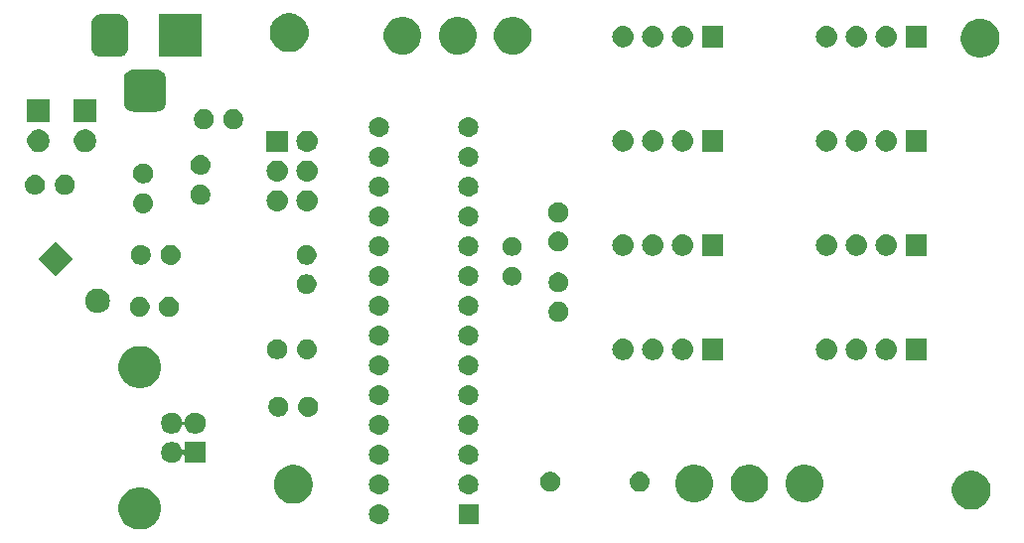
<source format=gbr>
G04 #@! TF.GenerationSoftware,KiCad,Pcbnew,5.1.4+dfsg1-1*
G04 #@! TF.CreationDate,2020-01-19T16:19:54-05:00*
G04 #@! TF.ProjectId,Windig_Kicad,57696e64-6967-45f4-9b69-6361642e6b69,rev?*
G04 #@! TF.SameCoordinates,Original*
G04 #@! TF.FileFunction,Soldermask,Top*
G04 #@! TF.FilePolarity,Negative*
%FSLAX46Y46*%
G04 Gerber Fmt 4.6, Leading zero omitted, Abs format (unit mm)*
G04 Created by KiCad (PCBNEW 5.1.4+dfsg1-1) date 2020-01-19 16:19:54*
%MOMM*%
%LPD*%
G04 APERTURE LIST*
%ADD10C,0.100000*%
G04 APERTURE END LIST*
D10*
G36*
X102965331Y-93843211D02*
G01*
X103293092Y-93978974D01*
X103588070Y-94176072D01*
X103838928Y-94426930D01*
X104036026Y-94721908D01*
X104171789Y-95049669D01*
X104241000Y-95397616D01*
X104241000Y-95752384D01*
X104171789Y-96100331D01*
X104036026Y-96428092D01*
X103838928Y-96723070D01*
X103588070Y-96973928D01*
X103293092Y-97171026D01*
X102965331Y-97306789D01*
X102617384Y-97376000D01*
X102262616Y-97376000D01*
X101914669Y-97306789D01*
X101586908Y-97171026D01*
X101291930Y-96973928D01*
X101041072Y-96723070D01*
X100843974Y-96428092D01*
X100708211Y-96100331D01*
X100639000Y-95752384D01*
X100639000Y-95397616D01*
X100708211Y-95049669D01*
X100843974Y-94721908D01*
X101041072Y-94426930D01*
X101291930Y-94176072D01*
X101586908Y-93978974D01*
X101914669Y-93843211D01*
X102262616Y-93774000D01*
X102617384Y-93774000D01*
X102965331Y-93843211D01*
X102965331Y-93843211D01*
G37*
G36*
X131301000Y-96926000D02*
G01*
X129599000Y-96926000D01*
X129599000Y-95224000D01*
X131301000Y-95224000D01*
X131301000Y-96926000D01*
X131301000Y-96926000D01*
G37*
G36*
X122996823Y-95236313D02*
G01*
X123157242Y-95284976D01*
X123289906Y-95355886D01*
X123305078Y-95363996D01*
X123434659Y-95470341D01*
X123541004Y-95599922D01*
X123541005Y-95599924D01*
X123620024Y-95747758D01*
X123668687Y-95908177D01*
X123685117Y-96075000D01*
X123668687Y-96241823D01*
X123620024Y-96402242D01*
X123606206Y-96428093D01*
X123541004Y-96550078D01*
X123434659Y-96679659D01*
X123305078Y-96786004D01*
X123305076Y-96786005D01*
X123157242Y-96865024D01*
X122996823Y-96913687D01*
X122871804Y-96926000D01*
X122788196Y-96926000D01*
X122663177Y-96913687D01*
X122502758Y-96865024D01*
X122354924Y-96786005D01*
X122354922Y-96786004D01*
X122225341Y-96679659D01*
X122118996Y-96550078D01*
X122053794Y-96428093D01*
X122039976Y-96402242D01*
X121991313Y-96241823D01*
X121974883Y-96075000D01*
X121991313Y-95908177D01*
X122039976Y-95747758D01*
X122118995Y-95599924D01*
X122118996Y-95599922D01*
X122225341Y-95470341D01*
X122354922Y-95363996D01*
X122370094Y-95355886D01*
X122502758Y-95284976D01*
X122663177Y-95236313D01*
X122788196Y-95224000D01*
X122871804Y-95224000D01*
X122996823Y-95236313D01*
X122996823Y-95236313D01*
G37*
G36*
X173700256Y-92416298D02*
G01*
X173806579Y-92437447D01*
X174107042Y-92561903D01*
X174377451Y-92742585D01*
X174607415Y-92972549D01*
X174788097Y-93242958D01*
X174788098Y-93242960D01*
X174912553Y-93543422D01*
X174976000Y-93862389D01*
X174976000Y-94187611D01*
X174948666Y-94325025D01*
X174912553Y-94506579D01*
X174788097Y-94807042D01*
X174607415Y-95077451D01*
X174377451Y-95307415D01*
X174107042Y-95488097D01*
X173806579Y-95612553D01*
X173700256Y-95633702D01*
X173487611Y-95676000D01*
X173162389Y-95676000D01*
X172949744Y-95633702D01*
X172843421Y-95612553D01*
X172542958Y-95488097D01*
X172272549Y-95307415D01*
X172042585Y-95077451D01*
X171861903Y-94807042D01*
X171737447Y-94506579D01*
X171701334Y-94325025D01*
X171674000Y-94187611D01*
X171674000Y-93862389D01*
X171737447Y-93543422D01*
X171861902Y-93242960D01*
X171861903Y-93242958D01*
X172042585Y-92972549D01*
X172272549Y-92742585D01*
X172542958Y-92561903D01*
X172843421Y-92437447D01*
X172949744Y-92416298D01*
X173162389Y-92374000D01*
X173487611Y-92374000D01*
X173700256Y-92416298D01*
X173700256Y-92416298D01*
G37*
G36*
X115871233Y-91910525D02*
G01*
X116006579Y-91937447D01*
X116219037Y-92025450D01*
X116232948Y-92031212D01*
X116307042Y-92061903D01*
X116577451Y-92242585D01*
X116807415Y-92472549D01*
X116988097Y-92742958D01*
X116988098Y-92742960D01*
X116994129Y-92757520D01*
X117112553Y-93043421D01*
X117130406Y-93133175D01*
X117176000Y-93362389D01*
X117176000Y-93687611D01*
X117145194Y-93842480D01*
X117112553Y-94006579D01*
X116988097Y-94307042D01*
X116807415Y-94577451D01*
X116577451Y-94807415D01*
X116307042Y-94988097D01*
X116307041Y-94988098D01*
X116307040Y-94988098D01*
X116219037Y-95024550D01*
X116006579Y-95112553D01*
X115900256Y-95133702D01*
X115687611Y-95176000D01*
X115362389Y-95176000D01*
X115149744Y-95133702D01*
X115043421Y-95112553D01*
X114830963Y-95024550D01*
X114742960Y-94988098D01*
X114742959Y-94988098D01*
X114742958Y-94988097D01*
X114472549Y-94807415D01*
X114242585Y-94577451D01*
X114061903Y-94307042D01*
X113937447Y-94006579D01*
X113904806Y-93842480D01*
X113874000Y-93687611D01*
X113874000Y-93362389D01*
X113919594Y-93133175D01*
X113937447Y-93043421D01*
X114055871Y-92757520D01*
X114061902Y-92742960D01*
X114061903Y-92742958D01*
X114242585Y-92472549D01*
X114472549Y-92242585D01*
X114742958Y-92061903D01*
X114817053Y-92031212D01*
X114830963Y-92025450D01*
X115043421Y-91937447D01*
X115178767Y-91910525D01*
X115362389Y-91874000D01*
X115687611Y-91874000D01*
X115871233Y-91910525D01*
X115871233Y-91910525D01*
G37*
G36*
X159296217Y-91856665D02*
G01*
X159566995Y-91910525D01*
X159858358Y-92031212D01*
X160120578Y-92206422D01*
X160343578Y-92429422D01*
X160518788Y-92691642D01*
X160639475Y-92983005D01*
X160701000Y-93292315D01*
X160701000Y-93607685D01*
X160639475Y-93916995D01*
X160518788Y-94208358D01*
X160343578Y-94470578D01*
X160120578Y-94693578D01*
X159858358Y-94868788D01*
X159566995Y-94989475D01*
X159296217Y-95043335D01*
X159257686Y-95051000D01*
X158942314Y-95051000D01*
X158903783Y-95043335D01*
X158633005Y-94989475D01*
X158341642Y-94868788D01*
X158079422Y-94693578D01*
X157856422Y-94470578D01*
X157681212Y-94208358D01*
X157560525Y-93916995D01*
X157499000Y-93607685D01*
X157499000Y-93292315D01*
X157560525Y-92983005D01*
X157681212Y-92691642D01*
X157856422Y-92429422D01*
X158079422Y-92206422D01*
X158341642Y-92031212D01*
X158633005Y-91910525D01*
X158903783Y-91856665D01*
X158942314Y-91849000D01*
X159257686Y-91849000D01*
X159296217Y-91856665D01*
X159296217Y-91856665D01*
G37*
G36*
X149896217Y-91856665D02*
G01*
X150166995Y-91910525D01*
X150458358Y-92031212D01*
X150720578Y-92206422D01*
X150943578Y-92429422D01*
X151118788Y-92691642D01*
X151239475Y-92983005D01*
X151301000Y-93292315D01*
X151301000Y-93607685D01*
X151239475Y-93916995D01*
X151118788Y-94208358D01*
X150943578Y-94470578D01*
X150720578Y-94693578D01*
X150458358Y-94868788D01*
X150166995Y-94989475D01*
X149896217Y-95043335D01*
X149857686Y-95051000D01*
X149542314Y-95051000D01*
X149503783Y-95043335D01*
X149233005Y-94989475D01*
X148941642Y-94868788D01*
X148679422Y-94693578D01*
X148456422Y-94470578D01*
X148281212Y-94208358D01*
X148160525Y-93916995D01*
X148099000Y-93607685D01*
X148099000Y-93292315D01*
X148160525Y-92983005D01*
X148281212Y-92691642D01*
X148456422Y-92429422D01*
X148679422Y-92206422D01*
X148941642Y-92031212D01*
X149233005Y-91910525D01*
X149503783Y-91856665D01*
X149542314Y-91849000D01*
X149857686Y-91849000D01*
X149896217Y-91856665D01*
X149896217Y-91856665D01*
G37*
G36*
X154596217Y-91856665D02*
G01*
X154866995Y-91910525D01*
X155158358Y-92031212D01*
X155420578Y-92206422D01*
X155643578Y-92429422D01*
X155818788Y-92691642D01*
X155939475Y-92983005D01*
X156001000Y-93292315D01*
X156001000Y-93607685D01*
X155939475Y-93916995D01*
X155818788Y-94208358D01*
X155643578Y-94470578D01*
X155420578Y-94693578D01*
X155158358Y-94868788D01*
X154866995Y-94989475D01*
X154596217Y-95043335D01*
X154557686Y-95051000D01*
X154242314Y-95051000D01*
X154203783Y-95043335D01*
X153933005Y-94989475D01*
X153641642Y-94868788D01*
X153379422Y-94693578D01*
X153156422Y-94470578D01*
X152981212Y-94208358D01*
X152860525Y-93916995D01*
X152799000Y-93607685D01*
X152799000Y-93292315D01*
X152860525Y-92983005D01*
X152981212Y-92691642D01*
X153156422Y-92429422D01*
X153379422Y-92206422D01*
X153641642Y-92031212D01*
X153933005Y-91910525D01*
X154203783Y-91856665D01*
X154242314Y-91849000D01*
X154557686Y-91849000D01*
X154596217Y-91856665D01*
X154596217Y-91856665D01*
G37*
G36*
X122996823Y-92696313D02*
G01*
X123157242Y-92744976D01*
X123289906Y-92815886D01*
X123305078Y-92823996D01*
X123434659Y-92930341D01*
X123541004Y-93059922D01*
X123541005Y-93059924D01*
X123620024Y-93207758D01*
X123668687Y-93368177D01*
X123685117Y-93535000D01*
X123668687Y-93701823D01*
X123646792Y-93774000D01*
X123626019Y-93842481D01*
X123620024Y-93862242D01*
X123590759Y-93916993D01*
X123541004Y-94010078D01*
X123434659Y-94139659D01*
X123305078Y-94246004D01*
X123305076Y-94246005D01*
X123157242Y-94325024D01*
X122996823Y-94373687D01*
X122871804Y-94386000D01*
X122788196Y-94386000D01*
X122663177Y-94373687D01*
X122502758Y-94325024D01*
X122354924Y-94246005D01*
X122354922Y-94246004D01*
X122225341Y-94139659D01*
X122118996Y-94010078D01*
X122069241Y-93916993D01*
X122039976Y-93862242D01*
X122033982Y-93842481D01*
X122013208Y-93774000D01*
X121991313Y-93701823D01*
X121974883Y-93535000D01*
X121991313Y-93368177D01*
X122039976Y-93207758D01*
X122118995Y-93059924D01*
X122118996Y-93059922D01*
X122225341Y-92930341D01*
X122354922Y-92823996D01*
X122370094Y-92815886D01*
X122502758Y-92744976D01*
X122663177Y-92696313D01*
X122788196Y-92684000D01*
X122871804Y-92684000D01*
X122996823Y-92696313D01*
X122996823Y-92696313D01*
G37*
G36*
X130616823Y-92696313D02*
G01*
X130777242Y-92744976D01*
X130909906Y-92815886D01*
X130925078Y-92823996D01*
X131054659Y-92930341D01*
X131161004Y-93059922D01*
X131161005Y-93059924D01*
X131240024Y-93207758D01*
X131288687Y-93368177D01*
X131305117Y-93535000D01*
X131288687Y-93701823D01*
X131266792Y-93774000D01*
X131246019Y-93842481D01*
X131240024Y-93862242D01*
X131210759Y-93916993D01*
X131161004Y-94010078D01*
X131054659Y-94139659D01*
X130925078Y-94246004D01*
X130925076Y-94246005D01*
X130777242Y-94325024D01*
X130616823Y-94373687D01*
X130491804Y-94386000D01*
X130408196Y-94386000D01*
X130283177Y-94373687D01*
X130122758Y-94325024D01*
X129974924Y-94246005D01*
X129974922Y-94246004D01*
X129845341Y-94139659D01*
X129738996Y-94010078D01*
X129689241Y-93916993D01*
X129659976Y-93862242D01*
X129653982Y-93842481D01*
X129633208Y-93774000D01*
X129611313Y-93701823D01*
X129594883Y-93535000D01*
X129611313Y-93368177D01*
X129659976Y-93207758D01*
X129738995Y-93059924D01*
X129738996Y-93059922D01*
X129845341Y-92930341D01*
X129974922Y-92823996D01*
X129990094Y-92815886D01*
X130122758Y-92744976D01*
X130283177Y-92696313D01*
X130408196Y-92684000D01*
X130491804Y-92684000D01*
X130616823Y-92696313D01*
X130616823Y-92696313D01*
G37*
G36*
X137673228Y-92481703D02*
G01*
X137828100Y-92545853D01*
X137967481Y-92638985D01*
X138086015Y-92757519D01*
X138179147Y-92896900D01*
X138243297Y-93051772D01*
X138276000Y-93216184D01*
X138276000Y-93383816D01*
X138243297Y-93548228D01*
X138179147Y-93703100D01*
X138086015Y-93842481D01*
X137967481Y-93961015D01*
X137828100Y-94054147D01*
X137673228Y-94118297D01*
X137508816Y-94151000D01*
X137341184Y-94151000D01*
X137176772Y-94118297D01*
X137021900Y-94054147D01*
X136882519Y-93961015D01*
X136763985Y-93842481D01*
X136670853Y-93703100D01*
X136606703Y-93548228D01*
X136574000Y-93383816D01*
X136574000Y-93216184D01*
X136606703Y-93051772D01*
X136670853Y-92896900D01*
X136763985Y-92757519D01*
X136882519Y-92638985D01*
X137021900Y-92545853D01*
X137176772Y-92481703D01*
X137341184Y-92449000D01*
X137508816Y-92449000D01*
X137673228Y-92481703D01*
X137673228Y-92481703D01*
G37*
G36*
X145211823Y-92461313D02*
G01*
X145372242Y-92509976D01*
X145469390Y-92561903D01*
X145520078Y-92588996D01*
X145649659Y-92695341D01*
X145756004Y-92824922D01*
X145756005Y-92824924D01*
X145835024Y-92972758D01*
X145883687Y-93133177D01*
X145900117Y-93300000D01*
X145883687Y-93466823D01*
X145835024Y-93627242D01*
X145794477Y-93703100D01*
X145756004Y-93775078D01*
X145649659Y-93904659D01*
X145520078Y-94011004D01*
X145520076Y-94011005D01*
X145372242Y-94090024D01*
X145211823Y-94138687D01*
X145086804Y-94151000D01*
X145003196Y-94151000D01*
X144878177Y-94138687D01*
X144717758Y-94090024D01*
X144569924Y-94011005D01*
X144569922Y-94011004D01*
X144440341Y-93904659D01*
X144333996Y-93775078D01*
X144295523Y-93703100D01*
X144254976Y-93627242D01*
X144206313Y-93466823D01*
X144189883Y-93300000D01*
X144206313Y-93133177D01*
X144254976Y-92972758D01*
X144333995Y-92824924D01*
X144333996Y-92824922D01*
X144440341Y-92695341D01*
X144569922Y-92588996D01*
X144620610Y-92561903D01*
X144717758Y-92509976D01*
X144878177Y-92461313D01*
X145003196Y-92449000D01*
X145086804Y-92449000D01*
X145211823Y-92461313D01*
X145211823Y-92461313D01*
G37*
G36*
X130616823Y-90156313D02*
G01*
X130777242Y-90204976D01*
X130909906Y-90275886D01*
X130925078Y-90283996D01*
X131054659Y-90390341D01*
X131161004Y-90519922D01*
X131161005Y-90519924D01*
X131240024Y-90667758D01*
X131288687Y-90828177D01*
X131305117Y-90995000D01*
X131288687Y-91161823D01*
X131240024Y-91322242D01*
X131209497Y-91379354D01*
X131161004Y-91470078D01*
X131054659Y-91599659D01*
X130925078Y-91706004D01*
X130925076Y-91706005D01*
X130777242Y-91785024D01*
X130616823Y-91833687D01*
X130491804Y-91846000D01*
X130408196Y-91846000D01*
X130283177Y-91833687D01*
X130122758Y-91785024D01*
X129974924Y-91706005D01*
X129974922Y-91706004D01*
X129845341Y-91599659D01*
X129738996Y-91470078D01*
X129690503Y-91379354D01*
X129659976Y-91322242D01*
X129611313Y-91161823D01*
X129594883Y-90995000D01*
X129611313Y-90828177D01*
X129659976Y-90667758D01*
X129738995Y-90519924D01*
X129738996Y-90519922D01*
X129845341Y-90390341D01*
X129974922Y-90283996D01*
X129990094Y-90275886D01*
X130122758Y-90204976D01*
X130283177Y-90156313D01*
X130408196Y-90144000D01*
X130491804Y-90144000D01*
X130616823Y-90156313D01*
X130616823Y-90156313D01*
G37*
G36*
X122996823Y-90156313D02*
G01*
X123157242Y-90204976D01*
X123289906Y-90275886D01*
X123305078Y-90283996D01*
X123434659Y-90390341D01*
X123541004Y-90519922D01*
X123541005Y-90519924D01*
X123620024Y-90667758D01*
X123668687Y-90828177D01*
X123685117Y-90995000D01*
X123668687Y-91161823D01*
X123620024Y-91322242D01*
X123589497Y-91379354D01*
X123541004Y-91470078D01*
X123434659Y-91599659D01*
X123305078Y-91706004D01*
X123305076Y-91706005D01*
X123157242Y-91785024D01*
X122996823Y-91833687D01*
X122871804Y-91846000D01*
X122788196Y-91846000D01*
X122663177Y-91833687D01*
X122502758Y-91785024D01*
X122354924Y-91706005D01*
X122354922Y-91706004D01*
X122225341Y-91599659D01*
X122118996Y-91470078D01*
X122070503Y-91379354D01*
X122039976Y-91322242D01*
X121991313Y-91161823D01*
X121974883Y-90995000D01*
X121991313Y-90828177D01*
X122039976Y-90667758D01*
X122118995Y-90519924D01*
X122118996Y-90519922D01*
X122225341Y-90390341D01*
X122354922Y-90283996D01*
X122370094Y-90275886D01*
X122502758Y-90204976D01*
X122663177Y-90156313D01*
X122788196Y-90144000D01*
X122871804Y-90144000D01*
X122996823Y-90156313D01*
X122996823Y-90156313D01*
G37*
G36*
X105263512Y-89908927D02*
G01*
X105412812Y-89938624D01*
X105576784Y-90006544D01*
X105724354Y-90105147D01*
X105849853Y-90230646D01*
X105948456Y-90378216D01*
X106008523Y-90523229D01*
X106020068Y-90544829D01*
X106035613Y-90563771D01*
X106054555Y-90579316D01*
X106076166Y-90590867D01*
X106099615Y-90597980D01*
X106124001Y-90600382D01*
X106148387Y-90597980D01*
X106171836Y-90590867D01*
X106193447Y-90579316D01*
X106212389Y-90563771D01*
X106227934Y-90544829D01*
X106239485Y-90523218D01*
X106246598Y-90499769D01*
X106249000Y-90475383D01*
X106249000Y-89904000D01*
X108051000Y-89904000D01*
X108051000Y-91706000D01*
X106249000Y-91706000D01*
X106249000Y-91134617D01*
X106246598Y-91110231D01*
X106239485Y-91086782D01*
X106227934Y-91065171D01*
X106212389Y-91046229D01*
X106193447Y-91030684D01*
X106171836Y-91019133D01*
X106148387Y-91012020D01*
X106124001Y-91009618D01*
X106099615Y-91012020D01*
X106076166Y-91019133D01*
X106054555Y-91030684D01*
X106035613Y-91046229D01*
X106020068Y-91065171D01*
X106008523Y-91086771D01*
X105948456Y-91231784D01*
X105849853Y-91379354D01*
X105724354Y-91504853D01*
X105576784Y-91603456D01*
X105412812Y-91671376D01*
X105263512Y-91701073D01*
X105238742Y-91706000D01*
X105061258Y-91706000D01*
X105036488Y-91701073D01*
X104887188Y-91671376D01*
X104723216Y-91603456D01*
X104575646Y-91504853D01*
X104450147Y-91379354D01*
X104351544Y-91231784D01*
X104283624Y-91067812D01*
X104249000Y-90893741D01*
X104249000Y-90716259D01*
X104283624Y-90542188D01*
X104351544Y-90378216D01*
X104450147Y-90230646D01*
X104575646Y-90105147D01*
X104723216Y-90006544D01*
X104887188Y-89938624D01*
X105036488Y-89908927D01*
X105061258Y-89904000D01*
X105238742Y-89904000D01*
X105263512Y-89908927D01*
X105263512Y-89908927D01*
G37*
G36*
X122996823Y-87616313D02*
G01*
X123157242Y-87664976D01*
X123256998Y-87718297D01*
X123305078Y-87743996D01*
X123434659Y-87850341D01*
X123541004Y-87979922D01*
X123541005Y-87979924D01*
X123620024Y-88127758D01*
X123668687Y-88288177D01*
X123685117Y-88455000D01*
X123668687Y-88621823D01*
X123620024Y-88782242D01*
X123549114Y-88914906D01*
X123541004Y-88930078D01*
X123434659Y-89059659D01*
X123305078Y-89166004D01*
X123305076Y-89166005D01*
X123157242Y-89245024D01*
X122996823Y-89293687D01*
X122871804Y-89306000D01*
X122788196Y-89306000D01*
X122663177Y-89293687D01*
X122502758Y-89245024D01*
X122354924Y-89166005D01*
X122354922Y-89166004D01*
X122225341Y-89059659D01*
X122118996Y-88930078D01*
X122110886Y-88914906D01*
X122039976Y-88782242D01*
X121991313Y-88621823D01*
X121974883Y-88455000D01*
X121991313Y-88288177D01*
X122039976Y-88127758D01*
X122118995Y-87979924D01*
X122118996Y-87979922D01*
X122225341Y-87850341D01*
X122354922Y-87743996D01*
X122403002Y-87718297D01*
X122502758Y-87664976D01*
X122663177Y-87616313D01*
X122788196Y-87604000D01*
X122871804Y-87604000D01*
X122996823Y-87616313D01*
X122996823Y-87616313D01*
G37*
G36*
X130616823Y-87616313D02*
G01*
X130777242Y-87664976D01*
X130876998Y-87718297D01*
X130925078Y-87743996D01*
X131054659Y-87850341D01*
X131161004Y-87979922D01*
X131161005Y-87979924D01*
X131240024Y-88127758D01*
X131288687Y-88288177D01*
X131305117Y-88455000D01*
X131288687Y-88621823D01*
X131240024Y-88782242D01*
X131169114Y-88914906D01*
X131161004Y-88930078D01*
X131054659Y-89059659D01*
X130925078Y-89166004D01*
X130925076Y-89166005D01*
X130777242Y-89245024D01*
X130616823Y-89293687D01*
X130491804Y-89306000D01*
X130408196Y-89306000D01*
X130283177Y-89293687D01*
X130122758Y-89245024D01*
X129974924Y-89166005D01*
X129974922Y-89166004D01*
X129845341Y-89059659D01*
X129738996Y-88930078D01*
X129730886Y-88914906D01*
X129659976Y-88782242D01*
X129611313Y-88621823D01*
X129594883Y-88455000D01*
X129611313Y-88288177D01*
X129659976Y-88127758D01*
X129738995Y-87979924D01*
X129738996Y-87979922D01*
X129845341Y-87850341D01*
X129974922Y-87743996D01*
X130023002Y-87718297D01*
X130122758Y-87664976D01*
X130283177Y-87616313D01*
X130408196Y-87604000D01*
X130491804Y-87604000D01*
X130616823Y-87616313D01*
X130616823Y-87616313D01*
G37*
G36*
X105263512Y-87408927D02*
G01*
X105412812Y-87438624D01*
X105576784Y-87506544D01*
X105724354Y-87605147D01*
X105849853Y-87730646D01*
X105948456Y-87878216D01*
X106016376Y-88042188D01*
X106027405Y-88097638D01*
X106034516Y-88121078D01*
X106046067Y-88142689D01*
X106061613Y-88161631D01*
X106080555Y-88177176D01*
X106102165Y-88188727D01*
X106125614Y-88195840D01*
X106150000Y-88198242D01*
X106174387Y-88195840D01*
X106197835Y-88188727D01*
X106219446Y-88177176D01*
X106238388Y-88161630D01*
X106253933Y-88142688D01*
X106265484Y-88121078D01*
X106272595Y-88097638D01*
X106283624Y-88042188D01*
X106351544Y-87878216D01*
X106450147Y-87730646D01*
X106575646Y-87605147D01*
X106723216Y-87506544D01*
X106887188Y-87438624D01*
X107036488Y-87408927D01*
X107061258Y-87404000D01*
X107238742Y-87404000D01*
X107263512Y-87408927D01*
X107412812Y-87438624D01*
X107576784Y-87506544D01*
X107724354Y-87605147D01*
X107849853Y-87730646D01*
X107948456Y-87878216D01*
X108016376Y-88042188D01*
X108051000Y-88216259D01*
X108051000Y-88393741D01*
X108016376Y-88567812D01*
X107948456Y-88731784D01*
X107849853Y-88879354D01*
X107724354Y-89004853D01*
X107576784Y-89103456D01*
X107412812Y-89171376D01*
X107263512Y-89201073D01*
X107238742Y-89206000D01*
X107061258Y-89206000D01*
X107036488Y-89201073D01*
X106887188Y-89171376D01*
X106723216Y-89103456D01*
X106575646Y-89004853D01*
X106450147Y-88879354D01*
X106351544Y-88731784D01*
X106283624Y-88567812D01*
X106272595Y-88512362D01*
X106265484Y-88488922D01*
X106253933Y-88467311D01*
X106238387Y-88448369D01*
X106219445Y-88432824D01*
X106197835Y-88421273D01*
X106174386Y-88414160D01*
X106150000Y-88411758D01*
X106125613Y-88414160D01*
X106102165Y-88421273D01*
X106080554Y-88432824D01*
X106061612Y-88448370D01*
X106046067Y-88467312D01*
X106034516Y-88488922D01*
X106027405Y-88512362D01*
X106016376Y-88567812D01*
X105948456Y-88731784D01*
X105849853Y-88879354D01*
X105724354Y-89004853D01*
X105576784Y-89103456D01*
X105412812Y-89171376D01*
X105263512Y-89201073D01*
X105238742Y-89206000D01*
X105061258Y-89206000D01*
X105036488Y-89201073D01*
X104887188Y-89171376D01*
X104723216Y-89103456D01*
X104575646Y-89004853D01*
X104450147Y-88879354D01*
X104351544Y-88731784D01*
X104283624Y-88567812D01*
X104249000Y-88393741D01*
X104249000Y-88216259D01*
X104283624Y-88042188D01*
X104351544Y-87878216D01*
X104450147Y-87730646D01*
X104575646Y-87605147D01*
X104723216Y-87506544D01*
X104887188Y-87438624D01*
X105036488Y-87408927D01*
X105061258Y-87404000D01*
X105238742Y-87404000D01*
X105263512Y-87408927D01*
X105263512Y-87408927D01*
G37*
G36*
X114498228Y-86081703D02*
G01*
X114653100Y-86145853D01*
X114792481Y-86238985D01*
X114911015Y-86357519D01*
X115004147Y-86496900D01*
X115068297Y-86651772D01*
X115101000Y-86816184D01*
X115101000Y-86983816D01*
X115068297Y-87148228D01*
X115004147Y-87303100D01*
X114911015Y-87442481D01*
X114792481Y-87561015D01*
X114653100Y-87654147D01*
X114498228Y-87718297D01*
X114333816Y-87751000D01*
X114166184Y-87751000D01*
X114001772Y-87718297D01*
X113846900Y-87654147D01*
X113707519Y-87561015D01*
X113588985Y-87442481D01*
X113495853Y-87303100D01*
X113431703Y-87148228D01*
X113399000Y-86983816D01*
X113399000Y-86816184D01*
X113431703Y-86651772D01*
X113495853Y-86496900D01*
X113588985Y-86357519D01*
X113707519Y-86238985D01*
X113846900Y-86145853D01*
X114001772Y-86081703D01*
X114166184Y-86049000D01*
X114333816Y-86049000D01*
X114498228Y-86081703D01*
X114498228Y-86081703D01*
G37*
G36*
X116956823Y-86061313D02*
G01*
X117117242Y-86109976D01*
X117184361Y-86145852D01*
X117265078Y-86188996D01*
X117394659Y-86295341D01*
X117501004Y-86424922D01*
X117501005Y-86424924D01*
X117580024Y-86572758D01*
X117628687Y-86733177D01*
X117645117Y-86900000D01*
X117628687Y-87066823D01*
X117580024Y-87227242D01*
X117539477Y-87303100D01*
X117501004Y-87375078D01*
X117394659Y-87504659D01*
X117265078Y-87611004D01*
X117265076Y-87611005D01*
X117117242Y-87690024D01*
X116956823Y-87738687D01*
X116831804Y-87751000D01*
X116748196Y-87751000D01*
X116623177Y-87738687D01*
X116462758Y-87690024D01*
X116314924Y-87611005D01*
X116314922Y-87611004D01*
X116185341Y-87504659D01*
X116078996Y-87375078D01*
X116040523Y-87303100D01*
X115999976Y-87227242D01*
X115951313Y-87066823D01*
X115934883Y-86900000D01*
X115951313Y-86733177D01*
X115999976Y-86572758D01*
X116078995Y-86424924D01*
X116078996Y-86424922D01*
X116185341Y-86295341D01*
X116314922Y-86188996D01*
X116395639Y-86145852D01*
X116462758Y-86109976D01*
X116623177Y-86061313D01*
X116748196Y-86049000D01*
X116831804Y-86049000D01*
X116956823Y-86061313D01*
X116956823Y-86061313D01*
G37*
G36*
X130616823Y-85076313D02*
G01*
X130777242Y-85124976D01*
X130909906Y-85195886D01*
X130925078Y-85203996D01*
X131054659Y-85310341D01*
X131161004Y-85439922D01*
X131161005Y-85439924D01*
X131240024Y-85587758D01*
X131288687Y-85748177D01*
X131305117Y-85915000D01*
X131288687Y-86081823D01*
X131240024Y-86242242D01*
X131169114Y-86374906D01*
X131161004Y-86390078D01*
X131054659Y-86519659D01*
X130925078Y-86626004D01*
X130925076Y-86626005D01*
X130777242Y-86705024D01*
X130616823Y-86753687D01*
X130491804Y-86766000D01*
X130408196Y-86766000D01*
X130283177Y-86753687D01*
X130122758Y-86705024D01*
X129974924Y-86626005D01*
X129974922Y-86626004D01*
X129845341Y-86519659D01*
X129738996Y-86390078D01*
X129730886Y-86374906D01*
X129659976Y-86242242D01*
X129611313Y-86081823D01*
X129594883Y-85915000D01*
X129611313Y-85748177D01*
X129659976Y-85587758D01*
X129738995Y-85439924D01*
X129738996Y-85439922D01*
X129845341Y-85310341D01*
X129974922Y-85203996D01*
X129990094Y-85195886D01*
X130122758Y-85124976D01*
X130283177Y-85076313D01*
X130408196Y-85064000D01*
X130491804Y-85064000D01*
X130616823Y-85076313D01*
X130616823Y-85076313D01*
G37*
G36*
X122996823Y-85076313D02*
G01*
X123157242Y-85124976D01*
X123289906Y-85195886D01*
X123305078Y-85203996D01*
X123434659Y-85310341D01*
X123541004Y-85439922D01*
X123541005Y-85439924D01*
X123620024Y-85587758D01*
X123668687Y-85748177D01*
X123685117Y-85915000D01*
X123668687Y-86081823D01*
X123620024Y-86242242D01*
X123549114Y-86374906D01*
X123541004Y-86390078D01*
X123434659Y-86519659D01*
X123305078Y-86626004D01*
X123305076Y-86626005D01*
X123157242Y-86705024D01*
X122996823Y-86753687D01*
X122871804Y-86766000D01*
X122788196Y-86766000D01*
X122663177Y-86753687D01*
X122502758Y-86705024D01*
X122354924Y-86626005D01*
X122354922Y-86626004D01*
X122225341Y-86519659D01*
X122118996Y-86390078D01*
X122110886Y-86374906D01*
X122039976Y-86242242D01*
X121991313Y-86081823D01*
X121974883Y-85915000D01*
X121991313Y-85748177D01*
X122039976Y-85587758D01*
X122118995Y-85439924D01*
X122118996Y-85439922D01*
X122225341Y-85310341D01*
X122354922Y-85203996D01*
X122370094Y-85195886D01*
X122502758Y-85124976D01*
X122663177Y-85076313D01*
X122788196Y-85064000D01*
X122871804Y-85064000D01*
X122996823Y-85076313D01*
X122996823Y-85076313D01*
G37*
G36*
X102965331Y-81803211D02*
G01*
X103293092Y-81938974D01*
X103588070Y-82136072D01*
X103838928Y-82386930D01*
X104036026Y-82681908D01*
X104171789Y-83009669D01*
X104241000Y-83357616D01*
X104241000Y-83712384D01*
X104171789Y-84060331D01*
X104036026Y-84388092D01*
X103838928Y-84683070D01*
X103588070Y-84933928D01*
X103293092Y-85131026D01*
X102965331Y-85266789D01*
X102617384Y-85336000D01*
X102262616Y-85336000D01*
X101914669Y-85266789D01*
X101586908Y-85131026D01*
X101291930Y-84933928D01*
X101041072Y-84683070D01*
X100843974Y-84388092D01*
X100708211Y-84060331D01*
X100639000Y-83712384D01*
X100639000Y-83357616D01*
X100708211Y-83009669D01*
X100843974Y-82681908D01*
X101041072Y-82386930D01*
X101291930Y-82136072D01*
X101586908Y-81938974D01*
X101914669Y-81803211D01*
X102262616Y-81734000D01*
X102617384Y-81734000D01*
X102965331Y-81803211D01*
X102965331Y-81803211D01*
G37*
G36*
X122996823Y-82536313D02*
G01*
X123157242Y-82584976D01*
X123288594Y-82655185D01*
X123305078Y-82663996D01*
X123434659Y-82770341D01*
X123541004Y-82899922D01*
X123541005Y-82899924D01*
X123620024Y-83047758D01*
X123668687Y-83208177D01*
X123685117Y-83375000D01*
X123668687Y-83541823D01*
X123620024Y-83702242D01*
X123549114Y-83834906D01*
X123541004Y-83850078D01*
X123434659Y-83979659D01*
X123305078Y-84086004D01*
X123305076Y-84086005D01*
X123157242Y-84165024D01*
X122996823Y-84213687D01*
X122871804Y-84226000D01*
X122788196Y-84226000D01*
X122663177Y-84213687D01*
X122502758Y-84165024D01*
X122354924Y-84086005D01*
X122354922Y-84086004D01*
X122225341Y-83979659D01*
X122118996Y-83850078D01*
X122110886Y-83834906D01*
X122039976Y-83702242D01*
X121991313Y-83541823D01*
X121974883Y-83375000D01*
X121991313Y-83208177D01*
X122039976Y-83047758D01*
X122118995Y-82899924D01*
X122118996Y-82899922D01*
X122225341Y-82770341D01*
X122354922Y-82663996D01*
X122371406Y-82655185D01*
X122502758Y-82584976D01*
X122663177Y-82536313D01*
X122788196Y-82524000D01*
X122871804Y-82524000D01*
X122996823Y-82536313D01*
X122996823Y-82536313D01*
G37*
G36*
X130616823Y-82536313D02*
G01*
X130777242Y-82584976D01*
X130908594Y-82655185D01*
X130925078Y-82663996D01*
X131054659Y-82770341D01*
X131161004Y-82899922D01*
X131161005Y-82899924D01*
X131240024Y-83047758D01*
X131288687Y-83208177D01*
X131305117Y-83375000D01*
X131288687Y-83541823D01*
X131240024Y-83702242D01*
X131169114Y-83834906D01*
X131161004Y-83850078D01*
X131054659Y-83979659D01*
X130925078Y-84086004D01*
X130925076Y-84086005D01*
X130777242Y-84165024D01*
X130616823Y-84213687D01*
X130491804Y-84226000D01*
X130408196Y-84226000D01*
X130283177Y-84213687D01*
X130122758Y-84165024D01*
X129974924Y-84086005D01*
X129974922Y-84086004D01*
X129845341Y-83979659D01*
X129738996Y-83850078D01*
X129730886Y-83834906D01*
X129659976Y-83702242D01*
X129611313Y-83541823D01*
X129594883Y-83375000D01*
X129611313Y-83208177D01*
X129659976Y-83047758D01*
X129738995Y-82899924D01*
X129738996Y-82899922D01*
X129845341Y-82770341D01*
X129974922Y-82663996D01*
X129991406Y-82655185D01*
X130122758Y-82584976D01*
X130283177Y-82536313D01*
X130408196Y-82524000D01*
X130491804Y-82524000D01*
X130616823Y-82536313D01*
X130616823Y-82536313D01*
G37*
G36*
X148815443Y-81120519D02*
G01*
X148881627Y-81127037D01*
X149051466Y-81178557D01*
X149051468Y-81178558D01*
X149110246Y-81209976D01*
X149207991Y-81262222D01*
X149240614Y-81288995D01*
X149345186Y-81374814D01*
X149413059Y-81457519D01*
X149457778Y-81512009D01*
X149541443Y-81668534D01*
X149592963Y-81838373D01*
X149610359Y-82015000D01*
X149592963Y-82191627D01*
X149541443Y-82361466D01*
X149457778Y-82517991D01*
X149437680Y-82542480D01*
X149345186Y-82655186D01*
X149277169Y-82711005D01*
X149207991Y-82767778D01*
X149207989Y-82767779D01*
X149075333Y-82838686D01*
X149051466Y-82851443D01*
X148881627Y-82902963D01*
X148815442Y-82909482D01*
X148749260Y-82916000D01*
X148660740Y-82916000D01*
X148594558Y-82909482D01*
X148528373Y-82902963D01*
X148358534Y-82851443D01*
X148334668Y-82838686D01*
X148202011Y-82767779D01*
X148202009Y-82767778D01*
X148132831Y-82711005D01*
X148064814Y-82655186D01*
X147972320Y-82542480D01*
X147952222Y-82517991D01*
X147868557Y-82361466D01*
X147817037Y-82191627D01*
X147799641Y-82015000D01*
X147817037Y-81838373D01*
X147868557Y-81668534D01*
X147952222Y-81512009D01*
X147996941Y-81457519D01*
X148064814Y-81374814D01*
X148169386Y-81288995D01*
X148202009Y-81262222D01*
X148299754Y-81209976D01*
X148358532Y-81178558D01*
X148358534Y-81178557D01*
X148528373Y-81127037D01*
X148594557Y-81120519D01*
X148660740Y-81114000D01*
X148749260Y-81114000D01*
X148815443Y-81120519D01*
X148815443Y-81120519D01*
G37*
G36*
X146275443Y-81120519D02*
G01*
X146341627Y-81127037D01*
X146511466Y-81178557D01*
X146511468Y-81178558D01*
X146570246Y-81209976D01*
X146667991Y-81262222D01*
X146700614Y-81288995D01*
X146805186Y-81374814D01*
X146873059Y-81457519D01*
X146917778Y-81512009D01*
X147001443Y-81668534D01*
X147052963Y-81838373D01*
X147070359Y-82015000D01*
X147052963Y-82191627D01*
X147001443Y-82361466D01*
X146917778Y-82517991D01*
X146897680Y-82542480D01*
X146805186Y-82655186D01*
X146737169Y-82711005D01*
X146667991Y-82767778D01*
X146667989Y-82767779D01*
X146535333Y-82838686D01*
X146511466Y-82851443D01*
X146341627Y-82902963D01*
X146275442Y-82909482D01*
X146209260Y-82916000D01*
X146120740Y-82916000D01*
X146054558Y-82909482D01*
X145988373Y-82902963D01*
X145818534Y-82851443D01*
X145794668Y-82838686D01*
X145662011Y-82767779D01*
X145662009Y-82767778D01*
X145592831Y-82711005D01*
X145524814Y-82655186D01*
X145432320Y-82542480D01*
X145412222Y-82517991D01*
X145328557Y-82361466D01*
X145277037Y-82191627D01*
X145259641Y-82015000D01*
X145277037Y-81838373D01*
X145328557Y-81668534D01*
X145412222Y-81512009D01*
X145456941Y-81457519D01*
X145524814Y-81374814D01*
X145629386Y-81288995D01*
X145662009Y-81262222D01*
X145759754Y-81209976D01*
X145818532Y-81178558D01*
X145818534Y-81178557D01*
X145988373Y-81127037D01*
X146054557Y-81120519D01*
X146120740Y-81114000D01*
X146209260Y-81114000D01*
X146275443Y-81120519D01*
X146275443Y-81120519D01*
G37*
G36*
X143735443Y-81120519D02*
G01*
X143801627Y-81127037D01*
X143971466Y-81178557D01*
X143971468Y-81178558D01*
X144030246Y-81209976D01*
X144127991Y-81262222D01*
X144160614Y-81288995D01*
X144265186Y-81374814D01*
X144333059Y-81457519D01*
X144377778Y-81512009D01*
X144461443Y-81668534D01*
X144512963Y-81838373D01*
X144530359Y-82015000D01*
X144512963Y-82191627D01*
X144461443Y-82361466D01*
X144377778Y-82517991D01*
X144357680Y-82542480D01*
X144265186Y-82655186D01*
X144197169Y-82711005D01*
X144127991Y-82767778D01*
X144127989Y-82767779D01*
X143995333Y-82838686D01*
X143971466Y-82851443D01*
X143801627Y-82902963D01*
X143735442Y-82909482D01*
X143669260Y-82916000D01*
X143580740Y-82916000D01*
X143514558Y-82909482D01*
X143448373Y-82902963D01*
X143278534Y-82851443D01*
X143254668Y-82838686D01*
X143122011Y-82767779D01*
X143122009Y-82767778D01*
X143052831Y-82711005D01*
X142984814Y-82655186D01*
X142892320Y-82542480D01*
X142872222Y-82517991D01*
X142788557Y-82361466D01*
X142737037Y-82191627D01*
X142719641Y-82015000D01*
X142737037Y-81838373D01*
X142788557Y-81668534D01*
X142872222Y-81512009D01*
X142916941Y-81457519D01*
X142984814Y-81374814D01*
X143089386Y-81288995D01*
X143122009Y-81262222D01*
X143219754Y-81209976D01*
X143278532Y-81178558D01*
X143278534Y-81178557D01*
X143448373Y-81127037D01*
X143514557Y-81120519D01*
X143580740Y-81114000D01*
X143669260Y-81114000D01*
X143735443Y-81120519D01*
X143735443Y-81120519D01*
G37*
G36*
X152146000Y-82916000D02*
G01*
X150344000Y-82916000D01*
X150344000Y-81114000D01*
X152146000Y-81114000D01*
X152146000Y-82916000D01*
X152146000Y-82916000D01*
G37*
G36*
X169501000Y-82916000D02*
G01*
X167699000Y-82916000D01*
X167699000Y-81114000D01*
X169501000Y-81114000D01*
X169501000Y-82916000D01*
X169501000Y-82916000D01*
G37*
G36*
X163630443Y-81120519D02*
G01*
X163696627Y-81127037D01*
X163866466Y-81178557D01*
X163866468Y-81178558D01*
X163925246Y-81209976D01*
X164022991Y-81262222D01*
X164055614Y-81288995D01*
X164160186Y-81374814D01*
X164228059Y-81457519D01*
X164272778Y-81512009D01*
X164356443Y-81668534D01*
X164407963Y-81838373D01*
X164425359Y-82015000D01*
X164407963Y-82191627D01*
X164356443Y-82361466D01*
X164272778Y-82517991D01*
X164252680Y-82542480D01*
X164160186Y-82655186D01*
X164092169Y-82711005D01*
X164022991Y-82767778D01*
X164022989Y-82767779D01*
X163890333Y-82838686D01*
X163866466Y-82851443D01*
X163696627Y-82902963D01*
X163630442Y-82909482D01*
X163564260Y-82916000D01*
X163475740Y-82916000D01*
X163409558Y-82909482D01*
X163343373Y-82902963D01*
X163173534Y-82851443D01*
X163149668Y-82838686D01*
X163017011Y-82767779D01*
X163017009Y-82767778D01*
X162947831Y-82711005D01*
X162879814Y-82655186D01*
X162787320Y-82542480D01*
X162767222Y-82517991D01*
X162683557Y-82361466D01*
X162632037Y-82191627D01*
X162614641Y-82015000D01*
X162632037Y-81838373D01*
X162683557Y-81668534D01*
X162767222Y-81512009D01*
X162811941Y-81457519D01*
X162879814Y-81374814D01*
X162984386Y-81288995D01*
X163017009Y-81262222D01*
X163114754Y-81209976D01*
X163173532Y-81178558D01*
X163173534Y-81178557D01*
X163343373Y-81127037D01*
X163409557Y-81120519D01*
X163475740Y-81114000D01*
X163564260Y-81114000D01*
X163630443Y-81120519D01*
X163630443Y-81120519D01*
G37*
G36*
X166170443Y-81120519D02*
G01*
X166236627Y-81127037D01*
X166406466Y-81178557D01*
X166406468Y-81178558D01*
X166465246Y-81209976D01*
X166562991Y-81262222D01*
X166595614Y-81288995D01*
X166700186Y-81374814D01*
X166768059Y-81457519D01*
X166812778Y-81512009D01*
X166896443Y-81668534D01*
X166947963Y-81838373D01*
X166965359Y-82015000D01*
X166947963Y-82191627D01*
X166896443Y-82361466D01*
X166812778Y-82517991D01*
X166792680Y-82542480D01*
X166700186Y-82655186D01*
X166632169Y-82711005D01*
X166562991Y-82767778D01*
X166562989Y-82767779D01*
X166430333Y-82838686D01*
X166406466Y-82851443D01*
X166236627Y-82902963D01*
X166170442Y-82909482D01*
X166104260Y-82916000D01*
X166015740Y-82916000D01*
X165949558Y-82909482D01*
X165883373Y-82902963D01*
X165713534Y-82851443D01*
X165689668Y-82838686D01*
X165557011Y-82767779D01*
X165557009Y-82767778D01*
X165487831Y-82711005D01*
X165419814Y-82655186D01*
X165327320Y-82542480D01*
X165307222Y-82517991D01*
X165223557Y-82361466D01*
X165172037Y-82191627D01*
X165154641Y-82015000D01*
X165172037Y-81838373D01*
X165223557Y-81668534D01*
X165307222Y-81512009D01*
X165351941Y-81457519D01*
X165419814Y-81374814D01*
X165524386Y-81288995D01*
X165557009Y-81262222D01*
X165654754Y-81209976D01*
X165713532Y-81178558D01*
X165713534Y-81178557D01*
X165883373Y-81127037D01*
X165949557Y-81120519D01*
X166015740Y-81114000D01*
X166104260Y-81114000D01*
X166170443Y-81120519D01*
X166170443Y-81120519D01*
G37*
G36*
X161090443Y-81120519D02*
G01*
X161156627Y-81127037D01*
X161326466Y-81178557D01*
X161326468Y-81178558D01*
X161385246Y-81209976D01*
X161482991Y-81262222D01*
X161515614Y-81288995D01*
X161620186Y-81374814D01*
X161688059Y-81457519D01*
X161732778Y-81512009D01*
X161816443Y-81668534D01*
X161867963Y-81838373D01*
X161885359Y-82015000D01*
X161867963Y-82191627D01*
X161816443Y-82361466D01*
X161732778Y-82517991D01*
X161712680Y-82542480D01*
X161620186Y-82655186D01*
X161552169Y-82711005D01*
X161482991Y-82767778D01*
X161482989Y-82767779D01*
X161350333Y-82838686D01*
X161326466Y-82851443D01*
X161156627Y-82902963D01*
X161090442Y-82909482D01*
X161024260Y-82916000D01*
X160935740Y-82916000D01*
X160869558Y-82909482D01*
X160803373Y-82902963D01*
X160633534Y-82851443D01*
X160609668Y-82838686D01*
X160477011Y-82767779D01*
X160477009Y-82767778D01*
X160407831Y-82711005D01*
X160339814Y-82655186D01*
X160247320Y-82542480D01*
X160227222Y-82517991D01*
X160143557Y-82361466D01*
X160092037Y-82191627D01*
X160074641Y-82015000D01*
X160092037Y-81838373D01*
X160143557Y-81668534D01*
X160227222Y-81512009D01*
X160271941Y-81457519D01*
X160339814Y-81374814D01*
X160444386Y-81288995D01*
X160477009Y-81262222D01*
X160574754Y-81209976D01*
X160633532Y-81178558D01*
X160633534Y-81178557D01*
X160803373Y-81127037D01*
X160869557Y-81120519D01*
X160935740Y-81114000D01*
X161024260Y-81114000D01*
X161090443Y-81120519D01*
X161090443Y-81120519D01*
G37*
G36*
X114398228Y-81181703D02*
G01*
X114553100Y-81245853D01*
X114692481Y-81338985D01*
X114811015Y-81457519D01*
X114904147Y-81596900D01*
X114968297Y-81751772D01*
X115001000Y-81916184D01*
X115001000Y-82083816D01*
X114968297Y-82248228D01*
X114904147Y-82403100D01*
X114811015Y-82542481D01*
X114692481Y-82661015D01*
X114553100Y-82754147D01*
X114398228Y-82818297D01*
X114233816Y-82851000D01*
X114066184Y-82851000D01*
X113901772Y-82818297D01*
X113746900Y-82754147D01*
X113607519Y-82661015D01*
X113488985Y-82542481D01*
X113395853Y-82403100D01*
X113331703Y-82248228D01*
X113299000Y-82083816D01*
X113299000Y-81916184D01*
X113331703Y-81751772D01*
X113395853Y-81596900D01*
X113488985Y-81457519D01*
X113607519Y-81338985D01*
X113746900Y-81245853D01*
X113901772Y-81181703D01*
X114066184Y-81149000D01*
X114233816Y-81149000D01*
X114398228Y-81181703D01*
X114398228Y-81181703D01*
G37*
G36*
X116856823Y-81161313D02*
G01*
X117017242Y-81209976D01*
X117084361Y-81245852D01*
X117165078Y-81288996D01*
X117294659Y-81395341D01*
X117401004Y-81524922D01*
X117401005Y-81524924D01*
X117480024Y-81672758D01*
X117528687Y-81833177D01*
X117545117Y-82000000D01*
X117528687Y-82166823D01*
X117480024Y-82327242D01*
X117439477Y-82403100D01*
X117401004Y-82475078D01*
X117294659Y-82604659D01*
X117165078Y-82711004D01*
X117165076Y-82711005D01*
X117017242Y-82790024D01*
X116856823Y-82838687D01*
X116731804Y-82851000D01*
X116648196Y-82851000D01*
X116523177Y-82838687D01*
X116362758Y-82790024D01*
X116214924Y-82711005D01*
X116214922Y-82711004D01*
X116085341Y-82604659D01*
X115978996Y-82475078D01*
X115940523Y-82403100D01*
X115899976Y-82327242D01*
X115851313Y-82166823D01*
X115834883Y-82000000D01*
X115851313Y-81833177D01*
X115899976Y-81672758D01*
X115978995Y-81524924D01*
X115978996Y-81524922D01*
X116085341Y-81395341D01*
X116214922Y-81288996D01*
X116295639Y-81245852D01*
X116362758Y-81209976D01*
X116523177Y-81161313D01*
X116648196Y-81149000D01*
X116731804Y-81149000D01*
X116856823Y-81161313D01*
X116856823Y-81161313D01*
G37*
G36*
X122996823Y-79996313D02*
G01*
X123157242Y-80044976D01*
X123289906Y-80115886D01*
X123305078Y-80123996D01*
X123434659Y-80230341D01*
X123541004Y-80359922D01*
X123541005Y-80359924D01*
X123620024Y-80507758D01*
X123668687Y-80668177D01*
X123685117Y-80835000D01*
X123668687Y-81001823D01*
X123620024Y-81162242D01*
X123549114Y-81294906D01*
X123541004Y-81310078D01*
X123434659Y-81439659D01*
X123305078Y-81546004D01*
X123305076Y-81546005D01*
X123157242Y-81625024D01*
X122996823Y-81673687D01*
X122871804Y-81686000D01*
X122788196Y-81686000D01*
X122663177Y-81673687D01*
X122502758Y-81625024D01*
X122354924Y-81546005D01*
X122354922Y-81546004D01*
X122225341Y-81439659D01*
X122118996Y-81310078D01*
X122110886Y-81294906D01*
X122039976Y-81162242D01*
X121991313Y-81001823D01*
X121974883Y-80835000D01*
X121991313Y-80668177D01*
X122039976Y-80507758D01*
X122118995Y-80359924D01*
X122118996Y-80359922D01*
X122225341Y-80230341D01*
X122354922Y-80123996D01*
X122370094Y-80115886D01*
X122502758Y-80044976D01*
X122663177Y-79996313D01*
X122788196Y-79984000D01*
X122871804Y-79984000D01*
X122996823Y-79996313D01*
X122996823Y-79996313D01*
G37*
G36*
X130616823Y-79996313D02*
G01*
X130777242Y-80044976D01*
X130909906Y-80115886D01*
X130925078Y-80123996D01*
X131054659Y-80230341D01*
X131161004Y-80359922D01*
X131161005Y-80359924D01*
X131240024Y-80507758D01*
X131288687Y-80668177D01*
X131305117Y-80835000D01*
X131288687Y-81001823D01*
X131240024Y-81162242D01*
X131169114Y-81294906D01*
X131161004Y-81310078D01*
X131054659Y-81439659D01*
X130925078Y-81546004D01*
X130925076Y-81546005D01*
X130777242Y-81625024D01*
X130616823Y-81673687D01*
X130491804Y-81686000D01*
X130408196Y-81686000D01*
X130283177Y-81673687D01*
X130122758Y-81625024D01*
X129974924Y-81546005D01*
X129974922Y-81546004D01*
X129845341Y-81439659D01*
X129738996Y-81310078D01*
X129730886Y-81294906D01*
X129659976Y-81162242D01*
X129611313Y-81001823D01*
X129594883Y-80835000D01*
X129611313Y-80668177D01*
X129659976Y-80507758D01*
X129738995Y-80359924D01*
X129738996Y-80359922D01*
X129845341Y-80230341D01*
X129974922Y-80123996D01*
X129990094Y-80115886D01*
X130122758Y-80044976D01*
X130283177Y-79996313D01*
X130408196Y-79984000D01*
X130491804Y-79984000D01*
X130616823Y-79996313D01*
X130616823Y-79996313D01*
G37*
G36*
X138373228Y-77981703D02*
G01*
X138528100Y-78045853D01*
X138667481Y-78138985D01*
X138786015Y-78257519D01*
X138879147Y-78396900D01*
X138943297Y-78551772D01*
X138976000Y-78716184D01*
X138976000Y-78883816D01*
X138943297Y-79048228D01*
X138879147Y-79203100D01*
X138786015Y-79342481D01*
X138667481Y-79461015D01*
X138528100Y-79554147D01*
X138373228Y-79618297D01*
X138208816Y-79651000D01*
X138041184Y-79651000D01*
X137876772Y-79618297D01*
X137721900Y-79554147D01*
X137582519Y-79461015D01*
X137463985Y-79342481D01*
X137370853Y-79203100D01*
X137306703Y-79048228D01*
X137274000Y-78883816D01*
X137274000Y-78716184D01*
X137306703Y-78551772D01*
X137370853Y-78396900D01*
X137463985Y-78257519D01*
X137582519Y-78138985D01*
X137721900Y-78045853D01*
X137876772Y-77981703D01*
X138041184Y-77949000D01*
X138208816Y-77949000D01*
X138373228Y-77981703D01*
X138373228Y-77981703D01*
G37*
G36*
X105173228Y-77556703D02*
G01*
X105328100Y-77620853D01*
X105467481Y-77713985D01*
X105586015Y-77832519D01*
X105679147Y-77971900D01*
X105743297Y-78126772D01*
X105776000Y-78291184D01*
X105776000Y-78458816D01*
X105743297Y-78623228D01*
X105679147Y-78778100D01*
X105586015Y-78917481D01*
X105467481Y-79036015D01*
X105328100Y-79129147D01*
X105173228Y-79193297D01*
X105008816Y-79226000D01*
X104841184Y-79226000D01*
X104676772Y-79193297D01*
X104521900Y-79129147D01*
X104382519Y-79036015D01*
X104263985Y-78917481D01*
X104170853Y-78778100D01*
X104106703Y-78623228D01*
X104074000Y-78458816D01*
X104074000Y-78291184D01*
X104106703Y-78126772D01*
X104170853Y-77971900D01*
X104263985Y-77832519D01*
X104382519Y-77713985D01*
X104521900Y-77620853D01*
X104676772Y-77556703D01*
X104841184Y-77524000D01*
X105008816Y-77524000D01*
X105173228Y-77556703D01*
X105173228Y-77556703D01*
G37*
G36*
X102673228Y-77556703D02*
G01*
X102828100Y-77620853D01*
X102967481Y-77713985D01*
X103086015Y-77832519D01*
X103179147Y-77971900D01*
X103243297Y-78126772D01*
X103276000Y-78291184D01*
X103276000Y-78458816D01*
X103243297Y-78623228D01*
X103179147Y-78778100D01*
X103086015Y-78917481D01*
X102967481Y-79036015D01*
X102828100Y-79129147D01*
X102673228Y-79193297D01*
X102508816Y-79226000D01*
X102341184Y-79226000D01*
X102176772Y-79193297D01*
X102021900Y-79129147D01*
X101882519Y-79036015D01*
X101763985Y-78917481D01*
X101670853Y-78778100D01*
X101606703Y-78623228D01*
X101574000Y-78458816D01*
X101574000Y-78291184D01*
X101606703Y-78126772D01*
X101670853Y-77971900D01*
X101763985Y-77832519D01*
X101882519Y-77713985D01*
X102021900Y-77620853D01*
X102176772Y-77556703D01*
X102341184Y-77524000D01*
X102508816Y-77524000D01*
X102673228Y-77556703D01*
X102673228Y-77556703D01*
G37*
G36*
X130616823Y-77456313D02*
G01*
X130777242Y-77504976D01*
X130812833Y-77524000D01*
X130925078Y-77583996D01*
X131054659Y-77690341D01*
X131161004Y-77819922D01*
X131161005Y-77819924D01*
X131240024Y-77967758D01*
X131240025Y-77967761D01*
X131241281Y-77971903D01*
X131288687Y-78128177D01*
X131305117Y-78295000D01*
X131288687Y-78461823D01*
X131240024Y-78622242D01*
X131239496Y-78623229D01*
X131161004Y-78770078D01*
X131054659Y-78899659D01*
X130925078Y-79006004D01*
X130925076Y-79006005D01*
X130777242Y-79085024D01*
X130616823Y-79133687D01*
X130491804Y-79146000D01*
X130408196Y-79146000D01*
X130283177Y-79133687D01*
X130122758Y-79085024D01*
X129974924Y-79006005D01*
X129974922Y-79006004D01*
X129845341Y-78899659D01*
X129738996Y-78770078D01*
X129660504Y-78623229D01*
X129659976Y-78622242D01*
X129611313Y-78461823D01*
X129594883Y-78295000D01*
X129611313Y-78128177D01*
X129658719Y-77971903D01*
X129659975Y-77967761D01*
X129659976Y-77967758D01*
X129738995Y-77819924D01*
X129738996Y-77819922D01*
X129845341Y-77690341D01*
X129974922Y-77583996D01*
X130087167Y-77524000D01*
X130122758Y-77504976D01*
X130283177Y-77456313D01*
X130408196Y-77444000D01*
X130491804Y-77444000D01*
X130616823Y-77456313D01*
X130616823Y-77456313D01*
G37*
G36*
X122996823Y-77456313D02*
G01*
X123157242Y-77504976D01*
X123192833Y-77524000D01*
X123305078Y-77583996D01*
X123434659Y-77690341D01*
X123541004Y-77819922D01*
X123541005Y-77819924D01*
X123620024Y-77967758D01*
X123620025Y-77967761D01*
X123621281Y-77971903D01*
X123668687Y-78128177D01*
X123685117Y-78295000D01*
X123668687Y-78461823D01*
X123620024Y-78622242D01*
X123619496Y-78623229D01*
X123541004Y-78770078D01*
X123434659Y-78899659D01*
X123305078Y-79006004D01*
X123305076Y-79006005D01*
X123157242Y-79085024D01*
X122996823Y-79133687D01*
X122871804Y-79146000D01*
X122788196Y-79146000D01*
X122663177Y-79133687D01*
X122502758Y-79085024D01*
X122354924Y-79006005D01*
X122354922Y-79006004D01*
X122225341Y-78899659D01*
X122118996Y-78770078D01*
X122040504Y-78623229D01*
X122039976Y-78622242D01*
X121991313Y-78461823D01*
X121974883Y-78295000D01*
X121991313Y-78128177D01*
X122038719Y-77971903D01*
X122039975Y-77967761D01*
X122039976Y-77967758D01*
X122118995Y-77819924D01*
X122118996Y-77819922D01*
X122225341Y-77690341D01*
X122354922Y-77583996D01*
X122467167Y-77524000D01*
X122502758Y-77504976D01*
X122663177Y-77456313D01*
X122788196Y-77444000D01*
X122871804Y-77444000D01*
X122996823Y-77456313D01*
X122996823Y-77456313D01*
G37*
G36*
X98945199Y-76821171D02*
G01*
X99048134Y-76831309D01*
X99246248Y-76891407D01*
X99246251Y-76891408D01*
X99343077Y-76943163D01*
X99428831Y-76988999D01*
X99588867Y-77120337D01*
X99720205Y-77280373D01*
X99731230Y-77301000D01*
X99817796Y-77462953D01*
X99817797Y-77462956D01*
X99877895Y-77661070D01*
X99898187Y-77867102D01*
X99877895Y-78073134D01*
X99857919Y-78138985D01*
X99817796Y-78271251D01*
X99766041Y-78368077D01*
X99720205Y-78453831D01*
X99588867Y-78613867D01*
X99428831Y-78745205D01*
X99367294Y-78778097D01*
X99246251Y-78842796D01*
X99246248Y-78842797D01*
X99048134Y-78902895D01*
X98945199Y-78913033D01*
X98893733Y-78918102D01*
X98790471Y-78918102D01*
X98739005Y-78913033D01*
X98636070Y-78902895D01*
X98437956Y-78842797D01*
X98437953Y-78842796D01*
X98316910Y-78778097D01*
X98255373Y-78745205D01*
X98095337Y-78613867D01*
X97963999Y-78453831D01*
X97918163Y-78368077D01*
X97866408Y-78271251D01*
X97826285Y-78138985D01*
X97806309Y-78073134D01*
X97786017Y-77867102D01*
X97806309Y-77661070D01*
X97866407Y-77462956D01*
X97866408Y-77462953D01*
X97952974Y-77301000D01*
X97963999Y-77280373D01*
X98095337Y-77120337D01*
X98255373Y-76988999D01*
X98341127Y-76943163D01*
X98437953Y-76891408D01*
X98437956Y-76891407D01*
X98636070Y-76831309D01*
X98739005Y-76821171D01*
X98790471Y-76816102D01*
X98893733Y-76816102D01*
X98945199Y-76821171D01*
X98945199Y-76821171D01*
G37*
G36*
X116898228Y-75631703D02*
G01*
X117053100Y-75695853D01*
X117192481Y-75788985D01*
X117311015Y-75907519D01*
X117404147Y-76046900D01*
X117468297Y-76201772D01*
X117501000Y-76366184D01*
X117501000Y-76533816D01*
X117468297Y-76698228D01*
X117404147Y-76853100D01*
X117311015Y-76992481D01*
X117192481Y-77111015D01*
X117053100Y-77204147D01*
X116898228Y-77268297D01*
X116733816Y-77301000D01*
X116566184Y-77301000D01*
X116401772Y-77268297D01*
X116246900Y-77204147D01*
X116107519Y-77111015D01*
X115988985Y-76992481D01*
X115895853Y-76853100D01*
X115831703Y-76698228D01*
X115799000Y-76533816D01*
X115799000Y-76366184D01*
X115831703Y-76201772D01*
X115895853Y-76046900D01*
X115988985Y-75907519D01*
X116107519Y-75788985D01*
X116246900Y-75695853D01*
X116401772Y-75631703D01*
X116566184Y-75599000D01*
X116733816Y-75599000D01*
X116898228Y-75631703D01*
X116898228Y-75631703D01*
G37*
G36*
X138373228Y-75481703D02*
G01*
X138528100Y-75545853D01*
X138667481Y-75638985D01*
X138786015Y-75757519D01*
X138879147Y-75896900D01*
X138943297Y-76051772D01*
X138976000Y-76216184D01*
X138976000Y-76383816D01*
X138943297Y-76548228D01*
X138879147Y-76703100D01*
X138786015Y-76842481D01*
X138667481Y-76961015D01*
X138528100Y-77054147D01*
X138373228Y-77118297D01*
X138208816Y-77151000D01*
X138041184Y-77151000D01*
X137876772Y-77118297D01*
X137721900Y-77054147D01*
X137582519Y-76961015D01*
X137463985Y-76842481D01*
X137370853Y-76703100D01*
X137306703Y-76548228D01*
X137274000Y-76383816D01*
X137274000Y-76216184D01*
X137306703Y-76051772D01*
X137370853Y-75896900D01*
X137463985Y-75757519D01*
X137582519Y-75638985D01*
X137721900Y-75545853D01*
X137876772Y-75481703D01*
X138041184Y-75449000D01*
X138208816Y-75449000D01*
X138373228Y-75481703D01*
X138373228Y-75481703D01*
G37*
G36*
X122996823Y-74916313D02*
G01*
X123157242Y-74964976D01*
X123289906Y-75035886D01*
X123305078Y-75043996D01*
X123434659Y-75150341D01*
X123541004Y-75279922D01*
X123541005Y-75279924D01*
X123620024Y-75427758D01*
X123668687Y-75588177D01*
X123685117Y-75755000D01*
X123668687Y-75921823D01*
X123620024Y-76082242D01*
X123556134Y-76201771D01*
X123541004Y-76230078D01*
X123434659Y-76359659D01*
X123305078Y-76466004D01*
X123305076Y-76466005D01*
X123157242Y-76545024D01*
X122996823Y-76593687D01*
X122871804Y-76606000D01*
X122788196Y-76606000D01*
X122663177Y-76593687D01*
X122502758Y-76545024D01*
X122354924Y-76466005D01*
X122354922Y-76466004D01*
X122225341Y-76359659D01*
X122118996Y-76230078D01*
X122103866Y-76201771D01*
X122039976Y-76082242D01*
X121991313Y-75921823D01*
X121974883Y-75755000D01*
X121991313Y-75588177D01*
X122039976Y-75427758D01*
X122118995Y-75279924D01*
X122118996Y-75279922D01*
X122225341Y-75150341D01*
X122354922Y-75043996D01*
X122370094Y-75035886D01*
X122502758Y-74964976D01*
X122663177Y-74916313D01*
X122788196Y-74904000D01*
X122871804Y-74904000D01*
X122996823Y-74916313D01*
X122996823Y-74916313D01*
G37*
G36*
X130616823Y-74916313D02*
G01*
X130777242Y-74964976D01*
X130909906Y-75035886D01*
X130925078Y-75043996D01*
X131054659Y-75150341D01*
X131161004Y-75279922D01*
X131161005Y-75279924D01*
X131240024Y-75427758D01*
X131288687Y-75588177D01*
X131305117Y-75755000D01*
X131288687Y-75921823D01*
X131240024Y-76082242D01*
X131176134Y-76201771D01*
X131161004Y-76230078D01*
X131054659Y-76359659D01*
X130925078Y-76466004D01*
X130925076Y-76466005D01*
X130777242Y-76545024D01*
X130616823Y-76593687D01*
X130491804Y-76606000D01*
X130408196Y-76606000D01*
X130283177Y-76593687D01*
X130122758Y-76545024D01*
X129974924Y-76466005D01*
X129974922Y-76466004D01*
X129845341Y-76359659D01*
X129738996Y-76230078D01*
X129723866Y-76201771D01*
X129659976Y-76082242D01*
X129611313Y-75921823D01*
X129594883Y-75755000D01*
X129611313Y-75588177D01*
X129659976Y-75427758D01*
X129738995Y-75279924D01*
X129738996Y-75279922D01*
X129845341Y-75150341D01*
X129974922Y-75043996D01*
X129990094Y-75035886D01*
X130122758Y-74964976D01*
X130283177Y-74916313D01*
X130408196Y-74904000D01*
X130491804Y-74904000D01*
X130616823Y-74916313D01*
X130616823Y-74916313D01*
G37*
G36*
X134412142Y-74983242D02*
G01*
X134560101Y-75044529D01*
X134693255Y-75133499D01*
X134806501Y-75246745D01*
X134895471Y-75379899D01*
X134956758Y-75527858D01*
X134988000Y-75684925D01*
X134988000Y-75845075D01*
X134956758Y-76002142D01*
X134895471Y-76150101D01*
X134806501Y-76283255D01*
X134693255Y-76396501D01*
X134560101Y-76485471D01*
X134412142Y-76546758D01*
X134255075Y-76578000D01*
X134094925Y-76578000D01*
X133937858Y-76546758D01*
X133789899Y-76485471D01*
X133656745Y-76396501D01*
X133543499Y-76283255D01*
X133454529Y-76150101D01*
X133393242Y-76002142D01*
X133362000Y-75845075D01*
X133362000Y-75684925D01*
X133393242Y-75527858D01*
X133454529Y-75379899D01*
X133543499Y-75246745D01*
X133656745Y-75133499D01*
X133789899Y-75044529D01*
X133937858Y-74983242D01*
X134094925Y-74952000D01*
X134255075Y-74952000D01*
X134412142Y-74983242D01*
X134412142Y-74983242D01*
G37*
G36*
X96736338Y-74275000D02*
G01*
X95250000Y-75761338D01*
X93763662Y-74275000D01*
X95250000Y-72788662D01*
X96736338Y-74275000D01*
X96736338Y-74275000D01*
G37*
G36*
X116898228Y-73131703D02*
G01*
X117053100Y-73195853D01*
X117192481Y-73288985D01*
X117311015Y-73407519D01*
X117404147Y-73546900D01*
X117468297Y-73701772D01*
X117501000Y-73866184D01*
X117501000Y-74033816D01*
X117468297Y-74198228D01*
X117404147Y-74353100D01*
X117311015Y-74492481D01*
X117192481Y-74611015D01*
X117053100Y-74704147D01*
X116898228Y-74768297D01*
X116733816Y-74801000D01*
X116566184Y-74801000D01*
X116401772Y-74768297D01*
X116246900Y-74704147D01*
X116107519Y-74611015D01*
X115988985Y-74492481D01*
X115895853Y-74353100D01*
X115831703Y-74198228D01*
X115799000Y-74033816D01*
X115799000Y-73866184D01*
X115831703Y-73701772D01*
X115895853Y-73546900D01*
X115988985Y-73407519D01*
X116107519Y-73288985D01*
X116246900Y-73195853D01*
X116401772Y-73131703D01*
X116566184Y-73099000D01*
X116733816Y-73099000D01*
X116898228Y-73131703D01*
X116898228Y-73131703D01*
G37*
G36*
X102773228Y-73131703D02*
G01*
X102928100Y-73195853D01*
X103067481Y-73288985D01*
X103186015Y-73407519D01*
X103279147Y-73546900D01*
X103343297Y-73701772D01*
X103376000Y-73866184D01*
X103376000Y-74033816D01*
X103343297Y-74198228D01*
X103279147Y-74353100D01*
X103186015Y-74492481D01*
X103067481Y-74611015D01*
X102928100Y-74704147D01*
X102773228Y-74768297D01*
X102608816Y-74801000D01*
X102441184Y-74801000D01*
X102276772Y-74768297D01*
X102121900Y-74704147D01*
X101982519Y-74611015D01*
X101863985Y-74492481D01*
X101770853Y-74353100D01*
X101706703Y-74198228D01*
X101674000Y-74033816D01*
X101674000Y-73866184D01*
X101706703Y-73701772D01*
X101770853Y-73546900D01*
X101863985Y-73407519D01*
X101982519Y-73288985D01*
X102121900Y-73195853D01*
X102276772Y-73131703D01*
X102441184Y-73099000D01*
X102608816Y-73099000D01*
X102773228Y-73131703D01*
X102773228Y-73131703D01*
G37*
G36*
X105231823Y-73111313D02*
G01*
X105392242Y-73159976D01*
X105519687Y-73228097D01*
X105540078Y-73238996D01*
X105669659Y-73345341D01*
X105776004Y-73474922D01*
X105776005Y-73474924D01*
X105855024Y-73622758D01*
X105855025Y-73622761D01*
X105864083Y-73652620D01*
X105903687Y-73783177D01*
X105920117Y-73950000D01*
X105903687Y-74116823D01*
X105855024Y-74277242D01*
X105814477Y-74353100D01*
X105776004Y-74425078D01*
X105669659Y-74554659D01*
X105540078Y-74661004D01*
X105540076Y-74661005D01*
X105392242Y-74740024D01*
X105231823Y-74788687D01*
X105106804Y-74801000D01*
X105023196Y-74801000D01*
X104898177Y-74788687D01*
X104737758Y-74740024D01*
X104589924Y-74661005D01*
X104589922Y-74661004D01*
X104460341Y-74554659D01*
X104353996Y-74425078D01*
X104315523Y-74353100D01*
X104274976Y-74277242D01*
X104226313Y-74116823D01*
X104209883Y-73950000D01*
X104226313Y-73783177D01*
X104265917Y-73652620D01*
X104274975Y-73622761D01*
X104274976Y-73622758D01*
X104353995Y-73474924D01*
X104353996Y-73474922D01*
X104460341Y-73345341D01*
X104589922Y-73238996D01*
X104610313Y-73228097D01*
X104737758Y-73159976D01*
X104898177Y-73111313D01*
X105023196Y-73099000D01*
X105106804Y-73099000D01*
X105231823Y-73111313D01*
X105231823Y-73111313D01*
G37*
G36*
X130616823Y-72376313D02*
G01*
X130777242Y-72424976D01*
X130889191Y-72484814D01*
X130925078Y-72503996D01*
X131054659Y-72610341D01*
X131161004Y-72739922D01*
X131161679Y-72741185D01*
X131240024Y-72887758D01*
X131288687Y-73048177D01*
X131305117Y-73215000D01*
X131288687Y-73381823D01*
X131240024Y-73542242D01*
X131194191Y-73627989D01*
X131161004Y-73690078D01*
X131054659Y-73819659D01*
X130925078Y-73926004D01*
X130925076Y-73926005D01*
X130777242Y-74005024D01*
X130616823Y-74053687D01*
X130491804Y-74066000D01*
X130408196Y-74066000D01*
X130283177Y-74053687D01*
X130122758Y-74005024D01*
X129974924Y-73926005D01*
X129974922Y-73926004D01*
X129845341Y-73819659D01*
X129738996Y-73690078D01*
X129705809Y-73627989D01*
X129659976Y-73542242D01*
X129611313Y-73381823D01*
X129594883Y-73215000D01*
X129611313Y-73048177D01*
X129659976Y-72887758D01*
X129738321Y-72741185D01*
X129738996Y-72739922D01*
X129845341Y-72610341D01*
X129974922Y-72503996D01*
X130010809Y-72484814D01*
X130122758Y-72424976D01*
X130283177Y-72376313D01*
X130408196Y-72364000D01*
X130491804Y-72364000D01*
X130616823Y-72376313D01*
X130616823Y-72376313D01*
G37*
G36*
X122996823Y-72376313D02*
G01*
X123157242Y-72424976D01*
X123269191Y-72484814D01*
X123305078Y-72503996D01*
X123434659Y-72610341D01*
X123541004Y-72739922D01*
X123541679Y-72741185D01*
X123620024Y-72887758D01*
X123668687Y-73048177D01*
X123685117Y-73215000D01*
X123668687Y-73381823D01*
X123620024Y-73542242D01*
X123574191Y-73627989D01*
X123541004Y-73690078D01*
X123434659Y-73819659D01*
X123305078Y-73926004D01*
X123305076Y-73926005D01*
X123157242Y-74005024D01*
X122996823Y-74053687D01*
X122871804Y-74066000D01*
X122788196Y-74066000D01*
X122663177Y-74053687D01*
X122502758Y-74005024D01*
X122354924Y-73926005D01*
X122354922Y-73926004D01*
X122225341Y-73819659D01*
X122118996Y-73690078D01*
X122085809Y-73627989D01*
X122039976Y-73542242D01*
X121991313Y-73381823D01*
X121974883Y-73215000D01*
X121991313Y-73048177D01*
X122039976Y-72887758D01*
X122118321Y-72741185D01*
X122118996Y-72739922D01*
X122225341Y-72610341D01*
X122354922Y-72503996D01*
X122390809Y-72484814D01*
X122502758Y-72424976D01*
X122663177Y-72376313D01*
X122788196Y-72364000D01*
X122871804Y-72364000D01*
X122996823Y-72376313D01*
X122996823Y-72376313D01*
G37*
G36*
X134412142Y-72443242D02*
G01*
X134560101Y-72504529D01*
X134693255Y-72593499D01*
X134806501Y-72706745D01*
X134895471Y-72839899D01*
X134956758Y-72987858D01*
X134988000Y-73144925D01*
X134988000Y-73305075D01*
X134956758Y-73462142D01*
X134895471Y-73610101D01*
X134806501Y-73743255D01*
X134693255Y-73856501D01*
X134560101Y-73945471D01*
X134412142Y-74006758D01*
X134255075Y-74038000D01*
X134094925Y-74038000D01*
X133937858Y-74006758D01*
X133789899Y-73945471D01*
X133656745Y-73856501D01*
X133543499Y-73743255D01*
X133454529Y-73610101D01*
X133393242Y-73462142D01*
X133362000Y-73305075D01*
X133362000Y-73144925D01*
X133393242Y-72987858D01*
X133454529Y-72839899D01*
X133543499Y-72706745D01*
X133656745Y-72593499D01*
X133789899Y-72504529D01*
X133937858Y-72443242D01*
X134094925Y-72412000D01*
X134255075Y-72412000D01*
X134412142Y-72443242D01*
X134412142Y-72443242D01*
G37*
G36*
X148815443Y-72230519D02*
G01*
X148881627Y-72237037D01*
X149051466Y-72288557D01*
X149207991Y-72372222D01*
X149243729Y-72401552D01*
X149345186Y-72484814D01*
X149420652Y-72576771D01*
X149457778Y-72622009D01*
X149541443Y-72778534D01*
X149592963Y-72948373D01*
X149610359Y-73125000D01*
X149592963Y-73301627D01*
X149541443Y-73471466D01*
X149457778Y-73627991D01*
X149428448Y-73663729D01*
X149345186Y-73765186D01*
X149278809Y-73819659D01*
X149207991Y-73877778D01*
X149051466Y-73961443D01*
X148881627Y-74012963D01*
X148815443Y-74019481D01*
X148749260Y-74026000D01*
X148660740Y-74026000D01*
X148594557Y-74019481D01*
X148528373Y-74012963D01*
X148358534Y-73961443D01*
X148202009Y-73877778D01*
X148131191Y-73819659D01*
X148064814Y-73765186D01*
X147981552Y-73663729D01*
X147952222Y-73627991D01*
X147868557Y-73471466D01*
X147817037Y-73301627D01*
X147799641Y-73125000D01*
X147817037Y-72948373D01*
X147868557Y-72778534D01*
X147952222Y-72622009D01*
X147989348Y-72576771D01*
X148064814Y-72484814D01*
X148166271Y-72401552D01*
X148202009Y-72372222D01*
X148358534Y-72288557D01*
X148528373Y-72237037D01*
X148594557Y-72230519D01*
X148660740Y-72224000D01*
X148749260Y-72224000D01*
X148815443Y-72230519D01*
X148815443Y-72230519D01*
G37*
G36*
X161090443Y-72230519D02*
G01*
X161156627Y-72237037D01*
X161326466Y-72288557D01*
X161482991Y-72372222D01*
X161518729Y-72401552D01*
X161620186Y-72484814D01*
X161695652Y-72576771D01*
X161732778Y-72622009D01*
X161816443Y-72778534D01*
X161867963Y-72948373D01*
X161885359Y-73125000D01*
X161867963Y-73301627D01*
X161816443Y-73471466D01*
X161732778Y-73627991D01*
X161703448Y-73663729D01*
X161620186Y-73765186D01*
X161553809Y-73819659D01*
X161482991Y-73877778D01*
X161326466Y-73961443D01*
X161156627Y-74012963D01*
X161090443Y-74019481D01*
X161024260Y-74026000D01*
X160935740Y-74026000D01*
X160869557Y-74019481D01*
X160803373Y-74012963D01*
X160633534Y-73961443D01*
X160477009Y-73877778D01*
X160406191Y-73819659D01*
X160339814Y-73765186D01*
X160256552Y-73663729D01*
X160227222Y-73627991D01*
X160143557Y-73471466D01*
X160092037Y-73301627D01*
X160074641Y-73125000D01*
X160092037Y-72948373D01*
X160143557Y-72778534D01*
X160227222Y-72622009D01*
X160264348Y-72576771D01*
X160339814Y-72484814D01*
X160441271Y-72401552D01*
X160477009Y-72372222D01*
X160633534Y-72288557D01*
X160803373Y-72237037D01*
X160869557Y-72230519D01*
X160935740Y-72224000D01*
X161024260Y-72224000D01*
X161090443Y-72230519D01*
X161090443Y-72230519D01*
G37*
G36*
X169501000Y-74026000D02*
G01*
X167699000Y-74026000D01*
X167699000Y-72224000D01*
X169501000Y-72224000D01*
X169501000Y-74026000D01*
X169501000Y-74026000D01*
G37*
G36*
X163630443Y-72230519D02*
G01*
X163696627Y-72237037D01*
X163866466Y-72288557D01*
X164022991Y-72372222D01*
X164058729Y-72401552D01*
X164160186Y-72484814D01*
X164235652Y-72576771D01*
X164272778Y-72622009D01*
X164356443Y-72778534D01*
X164407963Y-72948373D01*
X164425359Y-73125000D01*
X164407963Y-73301627D01*
X164356443Y-73471466D01*
X164272778Y-73627991D01*
X164243448Y-73663729D01*
X164160186Y-73765186D01*
X164093809Y-73819659D01*
X164022991Y-73877778D01*
X163866466Y-73961443D01*
X163696627Y-74012963D01*
X163630443Y-74019481D01*
X163564260Y-74026000D01*
X163475740Y-74026000D01*
X163409557Y-74019481D01*
X163343373Y-74012963D01*
X163173534Y-73961443D01*
X163017009Y-73877778D01*
X162946191Y-73819659D01*
X162879814Y-73765186D01*
X162796552Y-73663729D01*
X162767222Y-73627991D01*
X162683557Y-73471466D01*
X162632037Y-73301627D01*
X162614641Y-73125000D01*
X162632037Y-72948373D01*
X162683557Y-72778534D01*
X162767222Y-72622009D01*
X162804348Y-72576771D01*
X162879814Y-72484814D01*
X162981271Y-72401552D01*
X163017009Y-72372222D01*
X163173534Y-72288557D01*
X163343373Y-72237037D01*
X163409557Y-72230519D01*
X163475740Y-72224000D01*
X163564260Y-72224000D01*
X163630443Y-72230519D01*
X163630443Y-72230519D01*
G37*
G36*
X152146000Y-74026000D02*
G01*
X150344000Y-74026000D01*
X150344000Y-72224000D01*
X152146000Y-72224000D01*
X152146000Y-74026000D01*
X152146000Y-74026000D01*
G37*
G36*
X146275443Y-72230519D02*
G01*
X146341627Y-72237037D01*
X146511466Y-72288557D01*
X146667991Y-72372222D01*
X146703729Y-72401552D01*
X146805186Y-72484814D01*
X146880652Y-72576771D01*
X146917778Y-72622009D01*
X147001443Y-72778534D01*
X147052963Y-72948373D01*
X147070359Y-73125000D01*
X147052963Y-73301627D01*
X147001443Y-73471466D01*
X146917778Y-73627991D01*
X146888448Y-73663729D01*
X146805186Y-73765186D01*
X146738809Y-73819659D01*
X146667991Y-73877778D01*
X146511466Y-73961443D01*
X146341627Y-74012963D01*
X146275443Y-74019481D01*
X146209260Y-74026000D01*
X146120740Y-74026000D01*
X146054557Y-74019481D01*
X145988373Y-74012963D01*
X145818534Y-73961443D01*
X145662009Y-73877778D01*
X145591191Y-73819659D01*
X145524814Y-73765186D01*
X145441552Y-73663729D01*
X145412222Y-73627991D01*
X145328557Y-73471466D01*
X145277037Y-73301627D01*
X145259641Y-73125000D01*
X145277037Y-72948373D01*
X145328557Y-72778534D01*
X145412222Y-72622009D01*
X145449348Y-72576771D01*
X145524814Y-72484814D01*
X145626271Y-72401552D01*
X145662009Y-72372222D01*
X145818534Y-72288557D01*
X145988373Y-72237037D01*
X146054557Y-72230519D01*
X146120740Y-72224000D01*
X146209260Y-72224000D01*
X146275443Y-72230519D01*
X146275443Y-72230519D01*
G37*
G36*
X143735443Y-72230519D02*
G01*
X143801627Y-72237037D01*
X143971466Y-72288557D01*
X144127991Y-72372222D01*
X144163729Y-72401552D01*
X144265186Y-72484814D01*
X144340652Y-72576771D01*
X144377778Y-72622009D01*
X144461443Y-72778534D01*
X144512963Y-72948373D01*
X144530359Y-73125000D01*
X144512963Y-73301627D01*
X144461443Y-73471466D01*
X144377778Y-73627991D01*
X144348448Y-73663729D01*
X144265186Y-73765186D01*
X144198809Y-73819659D01*
X144127991Y-73877778D01*
X143971466Y-73961443D01*
X143801627Y-74012963D01*
X143735443Y-74019481D01*
X143669260Y-74026000D01*
X143580740Y-74026000D01*
X143514557Y-74019481D01*
X143448373Y-74012963D01*
X143278534Y-73961443D01*
X143122009Y-73877778D01*
X143051191Y-73819659D01*
X142984814Y-73765186D01*
X142901552Y-73663729D01*
X142872222Y-73627991D01*
X142788557Y-73471466D01*
X142737037Y-73301627D01*
X142719641Y-73125000D01*
X142737037Y-72948373D01*
X142788557Y-72778534D01*
X142872222Y-72622009D01*
X142909348Y-72576771D01*
X142984814Y-72484814D01*
X143086271Y-72401552D01*
X143122009Y-72372222D01*
X143278534Y-72288557D01*
X143448373Y-72237037D01*
X143514557Y-72230519D01*
X143580740Y-72224000D01*
X143669260Y-72224000D01*
X143735443Y-72230519D01*
X143735443Y-72230519D01*
G37*
G36*
X166170443Y-72230519D02*
G01*
X166236627Y-72237037D01*
X166406466Y-72288557D01*
X166562991Y-72372222D01*
X166598729Y-72401552D01*
X166700186Y-72484814D01*
X166775652Y-72576771D01*
X166812778Y-72622009D01*
X166896443Y-72778534D01*
X166947963Y-72948373D01*
X166965359Y-73125000D01*
X166947963Y-73301627D01*
X166896443Y-73471466D01*
X166812778Y-73627991D01*
X166783448Y-73663729D01*
X166700186Y-73765186D01*
X166633809Y-73819659D01*
X166562991Y-73877778D01*
X166406466Y-73961443D01*
X166236627Y-74012963D01*
X166170443Y-74019481D01*
X166104260Y-74026000D01*
X166015740Y-74026000D01*
X165949557Y-74019481D01*
X165883373Y-74012963D01*
X165713534Y-73961443D01*
X165557009Y-73877778D01*
X165486191Y-73819659D01*
X165419814Y-73765186D01*
X165336552Y-73663729D01*
X165307222Y-73627991D01*
X165223557Y-73471466D01*
X165172037Y-73301627D01*
X165154641Y-73125000D01*
X165172037Y-72948373D01*
X165223557Y-72778534D01*
X165307222Y-72622009D01*
X165344348Y-72576771D01*
X165419814Y-72484814D01*
X165521271Y-72401552D01*
X165557009Y-72372222D01*
X165713534Y-72288557D01*
X165883373Y-72237037D01*
X165949557Y-72230519D01*
X166015740Y-72224000D01*
X166104260Y-72224000D01*
X166170443Y-72230519D01*
X166170443Y-72230519D01*
G37*
G36*
X138348228Y-72006703D02*
G01*
X138503100Y-72070853D01*
X138642481Y-72163985D01*
X138761015Y-72282519D01*
X138854147Y-72421900D01*
X138918297Y-72576772D01*
X138951000Y-72741184D01*
X138951000Y-72908816D01*
X138918297Y-73073228D01*
X138854147Y-73228100D01*
X138761015Y-73367481D01*
X138642481Y-73486015D01*
X138503100Y-73579147D01*
X138348228Y-73643297D01*
X138183816Y-73676000D01*
X138016184Y-73676000D01*
X137851772Y-73643297D01*
X137696900Y-73579147D01*
X137557519Y-73486015D01*
X137438985Y-73367481D01*
X137345853Y-73228100D01*
X137281703Y-73073228D01*
X137249000Y-72908816D01*
X137249000Y-72741184D01*
X137281703Y-72576772D01*
X137345853Y-72421900D01*
X137438985Y-72282519D01*
X137557519Y-72163985D01*
X137696900Y-72070853D01*
X137851772Y-72006703D01*
X138016184Y-71974000D01*
X138183816Y-71974000D01*
X138348228Y-72006703D01*
X138348228Y-72006703D01*
G37*
G36*
X130616823Y-69836313D02*
G01*
X130777242Y-69884976D01*
X130846327Y-69921903D01*
X130925078Y-69963996D01*
X131054659Y-70070341D01*
X131161004Y-70199922D01*
X131161005Y-70199924D01*
X131240024Y-70347758D01*
X131288687Y-70508177D01*
X131305117Y-70675000D01*
X131288687Y-70841823D01*
X131240024Y-71002242D01*
X131198917Y-71079147D01*
X131161004Y-71150078D01*
X131054659Y-71279659D01*
X130925078Y-71386004D01*
X130925076Y-71386005D01*
X130777242Y-71465024D01*
X130616823Y-71513687D01*
X130491804Y-71526000D01*
X130408196Y-71526000D01*
X130283177Y-71513687D01*
X130122758Y-71465024D01*
X129974924Y-71386005D01*
X129974922Y-71386004D01*
X129845341Y-71279659D01*
X129738996Y-71150078D01*
X129701083Y-71079147D01*
X129659976Y-71002242D01*
X129611313Y-70841823D01*
X129594883Y-70675000D01*
X129611313Y-70508177D01*
X129659976Y-70347758D01*
X129738995Y-70199924D01*
X129738996Y-70199922D01*
X129845341Y-70070341D01*
X129974922Y-69963996D01*
X130053673Y-69921903D01*
X130122758Y-69884976D01*
X130283177Y-69836313D01*
X130408196Y-69824000D01*
X130491804Y-69824000D01*
X130616823Y-69836313D01*
X130616823Y-69836313D01*
G37*
G36*
X122996823Y-69836313D02*
G01*
X123157242Y-69884976D01*
X123226327Y-69921903D01*
X123305078Y-69963996D01*
X123434659Y-70070341D01*
X123541004Y-70199922D01*
X123541005Y-70199924D01*
X123620024Y-70347758D01*
X123668687Y-70508177D01*
X123685117Y-70675000D01*
X123668687Y-70841823D01*
X123620024Y-71002242D01*
X123578917Y-71079147D01*
X123541004Y-71150078D01*
X123434659Y-71279659D01*
X123305078Y-71386004D01*
X123305076Y-71386005D01*
X123157242Y-71465024D01*
X122996823Y-71513687D01*
X122871804Y-71526000D01*
X122788196Y-71526000D01*
X122663177Y-71513687D01*
X122502758Y-71465024D01*
X122354924Y-71386005D01*
X122354922Y-71386004D01*
X122225341Y-71279659D01*
X122118996Y-71150078D01*
X122081083Y-71079147D01*
X122039976Y-71002242D01*
X121991313Y-70841823D01*
X121974883Y-70675000D01*
X121991313Y-70508177D01*
X122039976Y-70347758D01*
X122118995Y-70199924D01*
X122118996Y-70199922D01*
X122225341Y-70070341D01*
X122354922Y-69963996D01*
X122433673Y-69921903D01*
X122502758Y-69884976D01*
X122663177Y-69836313D01*
X122788196Y-69824000D01*
X122871804Y-69824000D01*
X122996823Y-69836313D01*
X122996823Y-69836313D01*
G37*
G36*
X138348228Y-69506703D02*
G01*
X138503100Y-69570853D01*
X138642481Y-69663985D01*
X138761015Y-69782519D01*
X138854147Y-69921900D01*
X138918297Y-70076772D01*
X138951000Y-70241184D01*
X138951000Y-70408816D01*
X138918297Y-70573228D01*
X138854147Y-70728100D01*
X138761015Y-70867481D01*
X138642481Y-70986015D01*
X138503100Y-71079147D01*
X138348228Y-71143297D01*
X138183816Y-71176000D01*
X138016184Y-71176000D01*
X137851772Y-71143297D01*
X137696900Y-71079147D01*
X137557519Y-70986015D01*
X137438985Y-70867481D01*
X137345853Y-70728100D01*
X137281703Y-70573228D01*
X137249000Y-70408816D01*
X137249000Y-70241184D01*
X137281703Y-70076772D01*
X137345853Y-69921900D01*
X137438985Y-69782519D01*
X137557519Y-69663985D01*
X137696900Y-69570853D01*
X137851772Y-69506703D01*
X138016184Y-69474000D01*
X138183816Y-69474000D01*
X138348228Y-69506703D01*
X138348228Y-69506703D01*
G37*
G36*
X102891823Y-68701313D02*
G01*
X103052242Y-68749976D01*
X103171435Y-68813686D01*
X103200078Y-68828996D01*
X103329659Y-68935341D01*
X103436004Y-69064922D01*
X103436005Y-69064924D01*
X103515024Y-69212758D01*
X103563687Y-69373177D01*
X103580117Y-69540000D01*
X103563687Y-69706823D01*
X103515024Y-69867242D01*
X103449309Y-69990186D01*
X103436004Y-70015078D01*
X103329659Y-70144659D01*
X103200078Y-70251004D01*
X103200076Y-70251005D01*
X103052242Y-70330024D01*
X102891823Y-70378687D01*
X102766804Y-70391000D01*
X102683196Y-70391000D01*
X102558177Y-70378687D01*
X102397758Y-70330024D01*
X102249924Y-70251005D01*
X102249922Y-70251004D01*
X102120341Y-70144659D01*
X102013996Y-70015078D01*
X102000691Y-69990186D01*
X101934976Y-69867242D01*
X101886313Y-69706823D01*
X101869883Y-69540000D01*
X101886313Y-69373177D01*
X101934976Y-69212758D01*
X102013995Y-69064924D01*
X102013996Y-69064922D01*
X102120341Y-68935341D01*
X102249922Y-68828996D01*
X102278565Y-68813686D01*
X102397758Y-68749976D01*
X102558177Y-68701313D01*
X102683196Y-68689000D01*
X102766804Y-68689000D01*
X102891823Y-68701313D01*
X102891823Y-68701313D01*
G37*
G36*
X116800442Y-68455518D02*
G01*
X116866627Y-68462037D01*
X117036466Y-68513557D01*
X117192991Y-68597222D01*
X117208656Y-68610078D01*
X117330186Y-68709814D01*
X117413448Y-68811271D01*
X117442778Y-68847009D01*
X117526443Y-69003534D01*
X117577963Y-69173373D01*
X117595359Y-69350000D01*
X117577963Y-69526627D01*
X117526443Y-69696466D01*
X117442778Y-69852991D01*
X117431085Y-69867239D01*
X117330186Y-69990186D01*
X117232515Y-70070341D01*
X117192991Y-70102778D01*
X117036466Y-70186443D01*
X116866627Y-70237963D01*
X116800442Y-70244482D01*
X116734260Y-70251000D01*
X116645740Y-70251000D01*
X116579558Y-70244482D01*
X116513373Y-70237963D01*
X116343534Y-70186443D01*
X116187009Y-70102778D01*
X116147485Y-70070341D01*
X116049814Y-69990186D01*
X115948915Y-69867239D01*
X115937222Y-69852991D01*
X115853557Y-69696466D01*
X115802037Y-69526627D01*
X115784641Y-69350000D01*
X115802037Y-69173373D01*
X115853557Y-69003534D01*
X115937222Y-68847009D01*
X115966552Y-68811271D01*
X116049814Y-68709814D01*
X116171344Y-68610078D01*
X116187009Y-68597222D01*
X116343534Y-68513557D01*
X116513373Y-68462037D01*
X116579558Y-68455518D01*
X116645740Y-68449000D01*
X116734260Y-68449000D01*
X116800442Y-68455518D01*
X116800442Y-68455518D01*
G37*
G36*
X114260442Y-68455518D02*
G01*
X114326627Y-68462037D01*
X114496466Y-68513557D01*
X114652991Y-68597222D01*
X114668656Y-68610078D01*
X114790186Y-68709814D01*
X114873448Y-68811271D01*
X114902778Y-68847009D01*
X114986443Y-69003534D01*
X115037963Y-69173373D01*
X115055359Y-69350000D01*
X115037963Y-69526627D01*
X114986443Y-69696466D01*
X114902778Y-69852991D01*
X114891085Y-69867239D01*
X114790186Y-69990186D01*
X114692515Y-70070341D01*
X114652991Y-70102778D01*
X114496466Y-70186443D01*
X114326627Y-70237963D01*
X114260442Y-70244482D01*
X114194260Y-70251000D01*
X114105740Y-70251000D01*
X114039558Y-70244482D01*
X113973373Y-70237963D01*
X113803534Y-70186443D01*
X113647009Y-70102778D01*
X113607485Y-70070341D01*
X113509814Y-69990186D01*
X113408915Y-69867239D01*
X113397222Y-69852991D01*
X113313557Y-69696466D01*
X113262037Y-69526627D01*
X113244641Y-69350000D01*
X113262037Y-69173373D01*
X113313557Y-69003534D01*
X113397222Y-68847009D01*
X113426552Y-68811271D01*
X113509814Y-68709814D01*
X113631344Y-68610078D01*
X113647009Y-68597222D01*
X113803534Y-68513557D01*
X113973373Y-68462037D01*
X114039558Y-68455518D01*
X114105740Y-68449000D01*
X114194260Y-68449000D01*
X114260442Y-68455518D01*
X114260442Y-68455518D01*
G37*
G36*
X107848228Y-68006703D02*
G01*
X108003100Y-68070853D01*
X108142481Y-68163985D01*
X108261015Y-68282519D01*
X108354147Y-68421900D01*
X108418297Y-68576772D01*
X108451000Y-68741184D01*
X108451000Y-68908816D01*
X108418297Y-69073228D01*
X108354147Y-69228100D01*
X108261015Y-69367481D01*
X108142481Y-69486015D01*
X108003100Y-69579147D01*
X107848228Y-69643297D01*
X107683816Y-69676000D01*
X107516184Y-69676000D01*
X107351772Y-69643297D01*
X107196900Y-69579147D01*
X107057519Y-69486015D01*
X106938985Y-69367481D01*
X106845853Y-69228100D01*
X106781703Y-69073228D01*
X106749000Y-68908816D01*
X106749000Y-68741184D01*
X106781703Y-68576772D01*
X106845853Y-68421900D01*
X106938985Y-68282519D01*
X107057519Y-68163985D01*
X107196900Y-68070853D01*
X107351772Y-68006703D01*
X107516184Y-67974000D01*
X107683816Y-67974000D01*
X107848228Y-68006703D01*
X107848228Y-68006703D01*
G37*
G36*
X122996823Y-67296313D02*
G01*
X123157242Y-67344976D01*
X123265984Y-67403100D01*
X123305078Y-67423996D01*
X123434659Y-67530341D01*
X123541004Y-67659922D01*
X123541005Y-67659924D01*
X123620024Y-67807758D01*
X123620025Y-67807761D01*
X123620151Y-67808177D01*
X123668687Y-67968177D01*
X123685117Y-68135000D01*
X123668687Y-68301823D01*
X123620024Y-68462242D01*
X123590498Y-68517481D01*
X123541004Y-68610078D01*
X123434659Y-68739659D01*
X123305078Y-68846004D01*
X123305076Y-68846005D01*
X123157242Y-68925024D01*
X122996823Y-68973687D01*
X122871804Y-68986000D01*
X122788196Y-68986000D01*
X122663177Y-68973687D01*
X122502758Y-68925024D01*
X122354924Y-68846005D01*
X122354922Y-68846004D01*
X122225341Y-68739659D01*
X122118996Y-68610078D01*
X122069502Y-68517481D01*
X122039976Y-68462242D01*
X121991313Y-68301823D01*
X121974883Y-68135000D01*
X121991313Y-67968177D01*
X122039849Y-67808177D01*
X122039975Y-67807761D01*
X122039976Y-67807758D01*
X122118995Y-67659924D01*
X122118996Y-67659922D01*
X122225341Y-67530341D01*
X122354922Y-67423996D01*
X122394016Y-67403100D01*
X122502758Y-67344976D01*
X122663177Y-67296313D01*
X122788196Y-67284000D01*
X122871804Y-67284000D01*
X122996823Y-67296313D01*
X122996823Y-67296313D01*
G37*
G36*
X130616823Y-67296313D02*
G01*
X130777242Y-67344976D01*
X130885984Y-67403100D01*
X130925078Y-67423996D01*
X131054659Y-67530341D01*
X131161004Y-67659922D01*
X131161005Y-67659924D01*
X131240024Y-67807758D01*
X131240025Y-67807761D01*
X131240151Y-67808177D01*
X131288687Y-67968177D01*
X131305117Y-68135000D01*
X131288687Y-68301823D01*
X131240024Y-68462242D01*
X131210498Y-68517481D01*
X131161004Y-68610078D01*
X131054659Y-68739659D01*
X130925078Y-68846004D01*
X130925076Y-68846005D01*
X130777242Y-68925024D01*
X130616823Y-68973687D01*
X130491804Y-68986000D01*
X130408196Y-68986000D01*
X130283177Y-68973687D01*
X130122758Y-68925024D01*
X129974924Y-68846005D01*
X129974922Y-68846004D01*
X129845341Y-68739659D01*
X129738996Y-68610078D01*
X129689502Y-68517481D01*
X129659976Y-68462242D01*
X129611313Y-68301823D01*
X129594883Y-68135000D01*
X129611313Y-67968177D01*
X129659849Y-67808177D01*
X129659975Y-67807761D01*
X129659976Y-67807758D01*
X129738995Y-67659924D01*
X129738996Y-67659922D01*
X129845341Y-67530341D01*
X129974922Y-67423996D01*
X130014016Y-67403100D01*
X130122758Y-67344976D01*
X130283177Y-67296313D01*
X130408196Y-67284000D01*
X130491804Y-67284000D01*
X130616823Y-67296313D01*
X130616823Y-67296313D01*
G37*
G36*
X96298228Y-67156703D02*
G01*
X96453100Y-67220853D01*
X96592481Y-67313985D01*
X96711015Y-67432519D01*
X96804147Y-67571900D01*
X96868297Y-67726772D01*
X96901000Y-67891184D01*
X96901000Y-68058816D01*
X96868297Y-68223228D01*
X96804147Y-68378100D01*
X96711015Y-68517481D01*
X96592481Y-68636015D01*
X96453100Y-68729147D01*
X96298228Y-68793297D01*
X96133816Y-68826000D01*
X95966184Y-68826000D01*
X95801772Y-68793297D01*
X95646900Y-68729147D01*
X95507519Y-68636015D01*
X95388985Y-68517481D01*
X95295853Y-68378100D01*
X95231703Y-68223228D01*
X95199000Y-68058816D01*
X95199000Y-67891184D01*
X95231703Y-67726772D01*
X95295853Y-67571900D01*
X95388985Y-67432519D01*
X95507519Y-67313985D01*
X95646900Y-67220853D01*
X95801772Y-67156703D01*
X95966184Y-67124000D01*
X96133816Y-67124000D01*
X96298228Y-67156703D01*
X96298228Y-67156703D01*
G37*
G36*
X93676823Y-67136313D02*
G01*
X93837242Y-67184976D01*
X93904361Y-67220852D01*
X93985078Y-67263996D01*
X94114659Y-67370341D01*
X94221004Y-67499922D01*
X94221005Y-67499924D01*
X94300024Y-67647758D01*
X94348687Y-67808177D01*
X94365117Y-67975000D01*
X94348687Y-68141823D01*
X94309083Y-68272380D01*
X94300151Y-68301825D01*
X94300024Y-68302242D01*
X94259477Y-68378100D01*
X94221004Y-68450078D01*
X94114659Y-68579659D01*
X93985078Y-68686004D01*
X93985076Y-68686005D01*
X93837242Y-68765024D01*
X93676823Y-68813687D01*
X93551804Y-68826000D01*
X93468196Y-68826000D01*
X93343177Y-68813687D01*
X93182758Y-68765024D01*
X93034924Y-68686005D01*
X93034922Y-68686004D01*
X92905341Y-68579659D01*
X92798996Y-68450078D01*
X92760523Y-68378100D01*
X92719976Y-68302242D01*
X92719850Y-68301825D01*
X92710917Y-68272380D01*
X92671313Y-68141823D01*
X92654883Y-67975000D01*
X92671313Y-67808177D01*
X92719976Y-67647758D01*
X92798995Y-67499924D01*
X92798996Y-67499922D01*
X92905341Y-67370341D01*
X93034922Y-67263996D01*
X93115639Y-67220852D01*
X93182758Y-67184976D01*
X93343177Y-67136313D01*
X93468196Y-67124000D01*
X93551804Y-67124000D01*
X93676823Y-67136313D01*
X93676823Y-67136313D01*
G37*
G36*
X102973228Y-66181703D02*
G01*
X103128100Y-66245853D01*
X103267481Y-66338985D01*
X103386015Y-66457519D01*
X103479147Y-66596900D01*
X103543297Y-66751772D01*
X103576000Y-66916184D01*
X103576000Y-67083816D01*
X103543297Y-67248228D01*
X103479147Y-67403100D01*
X103386015Y-67542481D01*
X103267481Y-67661015D01*
X103128100Y-67754147D01*
X102973228Y-67818297D01*
X102808816Y-67851000D01*
X102641184Y-67851000D01*
X102476772Y-67818297D01*
X102321900Y-67754147D01*
X102182519Y-67661015D01*
X102063985Y-67542481D01*
X101970853Y-67403100D01*
X101906703Y-67248228D01*
X101874000Y-67083816D01*
X101874000Y-66916184D01*
X101906703Y-66751772D01*
X101970853Y-66596900D01*
X102063985Y-66457519D01*
X102182519Y-66338985D01*
X102321900Y-66245853D01*
X102476772Y-66181703D01*
X102641184Y-66149000D01*
X102808816Y-66149000D01*
X102973228Y-66181703D01*
X102973228Y-66181703D01*
G37*
G36*
X116800442Y-65915518D02*
G01*
X116866627Y-65922037D01*
X117036466Y-65973557D01*
X117192991Y-66057222D01*
X117208656Y-66070078D01*
X117330186Y-66169814D01*
X117413448Y-66271271D01*
X117442778Y-66307009D01*
X117526443Y-66463534D01*
X117577963Y-66633373D01*
X117595359Y-66810000D01*
X117577963Y-66986627D01*
X117526443Y-67156466D01*
X117442778Y-67312991D01*
X117441962Y-67313985D01*
X117330186Y-67450186D01*
X117232515Y-67530341D01*
X117192991Y-67562778D01*
X117036466Y-67646443D01*
X116866627Y-67697963D01*
X116800443Y-67704481D01*
X116734260Y-67711000D01*
X116645740Y-67711000D01*
X116579557Y-67704481D01*
X116513373Y-67697963D01*
X116343534Y-67646443D01*
X116187009Y-67562778D01*
X116147485Y-67530341D01*
X116049814Y-67450186D01*
X115938038Y-67313985D01*
X115937222Y-67312991D01*
X115853557Y-67156466D01*
X115802037Y-66986627D01*
X115784641Y-66810000D01*
X115802037Y-66633373D01*
X115853557Y-66463534D01*
X115937222Y-66307009D01*
X115966552Y-66271271D01*
X116049814Y-66169814D01*
X116171344Y-66070078D01*
X116187009Y-66057222D01*
X116343534Y-65973557D01*
X116513373Y-65922037D01*
X116579558Y-65915518D01*
X116645740Y-65909000D01*
X116734260Y-65909000D01*
X116800442Y-65915518D01*
X116800442Y-65915518D01*
G37*
G36*
X114260442Y-65915518D02*
G01*
X114326627Y-65922037D01*
X114496466Y-65973557D01*
X114652991Y-66057222D01*
X114668656Y-66070078D01*
X114790186Y-66169814D01*
X114873448Y-66271271D01*
X114902778Y-66307009D01*
X114986443Y-66463534D01*
X115037963Y-66633373D01*
X115055359Y-66810000D01*
X115037963Y-66986627D01*
X114986443Y-67156466D01*
X114902778Y-67312991D01*
X114901962Y-67313985D01*
X114790186Y-67450186D01*
X114692515Y-67530341D01*
X114652991Y-67562778D01*
X114496466Y-67646443D01*
X114326627Y-67697963D01*
X114260443Y-67704481D01*
X114194260Y-67711000D01*
X114105740Y-67711000D01*
X114039557Y-67704481D01*
X113973373Y-67697963D01*
X113803534Y-67646443D01*
X113647009Y-67562778D01*
X113607485Y-67530341D01*
X113509814Y-67450186D01*
X113398038Y-67313985D01*
X113397222Y-67312991D01*
X113313557Y-67156466D01*
X113262037Y-66986627D01*
X113244641Y-66810000D01*
X113262037Y-66633373D01*
X113313557Y-66463534D01*
X113397222Y-66307009D01*
X113426552Y-66271271D01*
X113509814Y-66169814D01*
X113631344Y-66070078D01*
X113647009Y-66057222D01*
X113803534Y-65973557D01*
X113973373Y-65922037D01*
X114039558Y-65915518D01*
X114105740Y-65909000D01*
X114194260Y-65909000D01*
X114260442Y-65915518D01*
X114260442Y-65915518D01*
G37*
G36*
X107766823Y-65446313D02*
G01*
X107927242Y-65494976D01*
X108059906Y-65565886D01*
X108075078Y-65573996D01*
X108204659Y-65680341D01*
X108311004Y-65809922D01*
X108311005Y-65809924D01*
X108390024Y-65957758D01*
X108438687Y-66118177D01*
X108455117Y-66285000D01*
X108438687Y-66451823D01*
X108390024Y-66612242D01*
X108378729Y-66633373D01*
X108311004Y-66760078D01*
X108204659Y-66889659D01*
X108075078Y-66996004D01*
X108075076Y-66996005D01*
X107927242Y-67075024D01*
X107766823Y-67123687D01*
X107641804Y-67136000D01*
X107558196Y-67136000D01*
X107433177Y-67123687D01*
X107272758Y-67075024D01*
X107124924Y-66996005D01*
X107124922Y-66996004D01*
X106995341Y-66889659D01*
X106888996Y-66760078D01*
X106821271Y-66633373D01*
X106809976Y-66612242D01*
X106761313Y-66451823D01*
X106744883Y-66285000D01*
X106761313Y-66118177D01*
X106809976Y-65957758D01*
X106888995Y-65809924D01*
X106888996Y-65809922D01*
X106995341Y-65680341D01*
X107124922Y-65573996D01*
X107140094Y-65565886D01*
X107272758Y-65494976D01*
X107433177Y-65446313D01*
X107558196Y-65434000D01*
X107641804Y-65434000D01*
X107766823Y-65446313D01*
X107766823Y-65446313D01*
G37*
G36*
X122996823Y-64756313D02*
G01*
X123157242Y-64804976D01*
X123187645Y-64821227D01*
X123305078Y-64883996D01*
X123434659Y-64990341D01*
X123541004Y-65119922D01*
X123541005Y-65119924D01*
X123620024Y-65267758D01*
X123668687Y-65428177D01*
X123685117Y-65595000D01*
X123668687Y-65761823D01*
X123620024Y-65922242D01*
X123592595Y-65973558D01*
X123541004Y-66070078D01*
X123434659Y-66199659D01*
X123305078Y-66306004D01*
X123305076Y-66306005D01*
X123157242Y-66385024D01*
X122996823Y-66433687D01*
X122871804Y-66446000D01*
X122788196Y-66446000D01*
X122663177Y-66433687D01*
X122502758Y-66385024D01*
X122354924Y-66306005D01*
X122354922Y-66306004D01*
X122225341Y-66199659D01*
X122118996Y-66070078D01*
X122067405Y-65973558D01*
X122039976Y-65922242D01*
X121991313Y-65761823D01*
X121974883Y-65595000D01*
X121991313Y-65428177D01*
X122039976Y-65267758D01*
X122118995Y-65119924D01*
X122118996Y-65119922D01*
X122225341Y-64990341D01*
X122354922Y-64883996D01*
X122472355Y-64821227D01*
X122502758Y-64804976D01*
X122663177Y-64756313D01*
X122788196Y-64744000D01*
X122871804Y-64744000D01*
X122996823Y-64756313D01*
X122996823Y-64756313D01*
G37*
G36*
X130616823Y-64756313D02*
G01*
X130777242Y-64804976D01*
X130807645Y-64821227D01*
X130925078Y-64883996D01*
X131054659Y-64990341D01*
X131161004Y-65119922D01*
X131161005Y-65119924D01*
X131240024Y-65267758D01*
X131288687Y-65428177D01*
X131305117Y-65595000D01*
X131288687Y-65761823D01*
X131240024Y-65922242D01*
X131212595Y-65973558D01*
X131161004Y-66070078D01*
X131054659Y-66199659D01*
X130925078Y-66306004D01*
X130925076Y-66306005D01*
X130777242Y-66385024D01*
X130616823Y-66433687D01*
X130491804Y-66446000D01*
X130408196Y-66446000D01*
X130283177Y-66433687D01*
X130122758Y-66385024D01*
X129974924Y-66306005D01*
X129974922Y-66306004D01*
X129845341Y-66199659D01*
X129738996Y-66070078D01*
X129687405Y-65973558D01*
X129659976Y-65922242D01*
X129611313Y-65761823D01*
X129594883Y-65595000D01*
X129611313Y-65428177D01*
X129659976Y-65267758D01*
X129738995Y-65119924D01*
X129738996Y-65119922D01*
X129845341Y-64990341D01*
X129974922Y-64883996D01*
X130092355Y-64821227D01*
X130122758Y-64804976D01*
X130283177Y-64756313D01*
X130408196Y-64744000D01*
X130491804Y-64744000D01*
X130616823Y-64756313D01*
X130616823Y-64756313D01*
G37*
G36*
X116800443Y-63375519D02*
G01*
X116866627Y-63382037D01*
X117036466Y-63433557D01*
X117192991Y-63517222D01*
X117208656Y-63530078D01*
X117330186Y-63629814D01*
X117413448Y-63731271D01*
X117442778Y-63767009D01*
X117526443Y-63923534D01*
X117577963Y-64093373D01*
X117595359Y-64270000D01*
X117577963Y-64446627D01*
X117526443Y-64616466D01*
X117442778Y-64772991D01*
X117416529Y-64804975D01*
X117330186Y-64910186D01*
X117235638Y-64987778D01*
X117192991Y-65022778D01*
X117036466Y-65106443D01*
X116866627Y-65157963D01*
X116800443Y-65164481D01*
X116734260Y-65171000D01*
X116645740Y-65171000D01*
X116579557Y-65164481D01*
X116513373Y-65157963D01*
X116343534Y-65106443D01*
X116187009Y-65022778D01*
X116144362Y-64987778D01*
X116049814Y-64910186D01*
X115963471Y-64804975D01*
X115937222Y-64772991D01*
X115853557Y-64616466D01*
X115802037Y-64446627D01*
X115784641Y-64270000D01*
X115802037Y-64093373D01*
X115853557Y-63923534D01*
X115937222Y-63767009D01*
X115966552Y-63731271D01*
X116049814Y-63629814D01*
X116171344Y-63530078D01*
X116187009Y-63517222D01*
X116343534Y-63433557D01*
X116513373Y-63382037D01*
X116579557Y-63375519D01*
X116645740Y-63369000D01*
X116734260Y-63369000D01*
X116800443Y-63375519D01*
X116800443Y-63375519D01*
G37*
G36*
X115051000Y-65171000D02*
G01*
X113249000Y-65171000D01*
X113249000Y-63369000D01*
X115051000Y-63369000D01*
X115051000Y-65171000D01*
X115051000Y-65171000D01*
G37*
G36*
X98052395Y-63300546D02*
G01*
X98225466Y-63372234D01*
X98302818Y-63423919D01*
X98381227Y-63476310D01*
X98513690Y-63608773D01*
X98513691Y-63608775D01*
X98617766Y-63764534D01*
X98689454Y-63937605D01*
X98726000Y-64121333D01*
X98726000Y-64308667D01*
X98689454Y-64492395D01*
X98617766Y-64665466D01*
X98617765Y-64665467D01*
X98513690Y-64821227D01*
X98381227Y-64953690D01*
X98302818Y-65006081D01*
X98225466Y-65057766D01*
X98052395Y-65129454D01*
X97868667Y-65166000D01*
X97681333Y-65166000D01*
X97497605Y-65129454D01*
X97324534Y-65057766D01*
X97247182Y-65006081D01*
X97168773Y-64953690D01*
X97036310Y-64821227D01*
X96932235Y-64665467D01*
X96932234Y-64665466D01*
X96860546Y-64492395D01*
X96824000Y-64308667D01*
X96824000Y-64121333D01*
X96860546Y-63937605D01*
X96932234Y-63764534D01*
X97036309Y-63608775D01*
X97036310Y-63608773D01*
X97168773Y-63476310D01*
X97247182Y-63423919D01*
X97324534Y-63372234D01*
X97497605Y-63300546D01*
X97681333Y-63264000D01*
X97868667Y-63264000D01*
X98052395Y-63300546D01*
X98052395Y-63300546D01*
G37*
G36*
X94077395Y-63300546D02*
G01*
X94250466Y-63372234D01*
X94327818Y-63423919D01*
X94406227Y-63476310D01*
X94538690Y-63608773D01*
X94538691Y-63608775D01*
X94642766Y-63764534D01*
X94714454Y-63937605D01*
X94751000Y-64121333D01*
X94751000Y-64308667D01*
X94714454Y-64492395D01*
X94642766Y-64665466D01*
X94642765Y-64665467D01*
X94538690Y-64821227D01*
X94406227Y-64953690D01*
X94327818Y-65006081D01*
X94250466Y-65057766D01*
X94077395Y-65129454D01*
X93893667Y-65166000D01*
X93706333Y-65166000D01*
X93522605Y-65129454D01*
X93349534Y-65057766D01*
X93272182Y-65006081D01*
X93193773Y-64953690D01*
X93061310Y-64821227D01*
X92957235Y-64665467D01*
X92957234Y-64665466D01*
X92885546Y-64492395D01*
X92849000Y-64308667D01*
X92849000Y-64121333D01*
X92885546Y-63937605D01*
X92957234Y-63764534D01*
X93061309Y-63608775D01*
X93061310Y-63608773D01*
X93193773Y-63476310D01*
X93272182Y-63423919D01*
X93349534Y-63372234D01*
X93522605Y-63300546D01*
X93706333Y-63264000D01*
X93893667Y-63264000D01*
X94077395Y-63300546D01*
X94077395Y-63300546D01*
G37*
G36*
X146275443Y-63340519D02*
G01*
X146341627Y-63347037D01*
X146511466Y-63398557D01*
X146667991Y-63482222D01*
X146703729Y-63511552D01*
X146805186Y-63594814D01*
X146888448Y-63696271D01*
X146917778Y-63732009D01*
X147001443Y-63888534D01*
X147052963Y-64058373D01*
X147070359Y-64235000D01*
X147052963Y-64411627D01*
X147001443Y-64581466D01*
X146917778Y-64737991D01*
X146889056Y-64772989D01*
X146805186Y-64875186D01*
X146709527Y-64953690D01*
X146667991Y-64987778D01*
X146511466Y-65071443D01*
X146341627Y-65122963D01*
X146275732Y-65129453D01*
X146209260Y-65136000D01*
X146120740Y-65136000D01*
X146054268Y-65129453D01*
X145988373Y-65122963D01*
X145818534Y-65071443D01*
X145662009Y-64987778D01*
X145620473Y-64953690D01*
X145524814Y-64875186D01*
X145440944Y-64772989D01*
X145412222Y-64737991D01*
X145328557Y-64581466D01*
X145277037Y-64411627D01*
X145259641Y-64235000D01*
X145277037Y-64058373D01*
X145328557Y-63888534D01*
X145412222Y-63732009D01*
X145441552Y-63696271D01*
X145524814Y-63594814D01*
X145626271Y-63511552D01*
X145662009Y-63482222D01*
X145818534Y-63398557D01*
X145988373Y-63347037D01*
X146054557Y-63340519D01*
X146120740Y-63334000D01*
X146209260Y-63334000D01*
X146275443Y-63340519D01*
X146275443Y-63340519D01*
G37*
G36*
X148815443Y-63340519D02*
G01*
X148881627Y-63347037D01*
X149051466Y-63398557D01*
X149207991Y-63482222D01*
X149243729Y-63511552D01*
X149345186Y-63594814D01*
X149428448Y-63696271D01*
X149457778Y-63732009D01*
X149541443Y-63888534D01*
X149592963Y-64058373D01*
X149610359Y-64235000D01*
X149592963Y-64411627D01*
X149541443Y-64581466D01*
X149457778Y-64737991D01*
X149429056Y-64772989D01*
X149345186Y-64875186D01*
X149249527Y-64953690D01*
X149207991Y-64987778D01*
X149051466Y-65071443D01*
X148881627Y-65122963D01*
X148815732Y-65129453D01*
X148749260Y-65136000D01*
X148660740Y-65136000D01*
X148594268Y-65129453D01*
X148528373Y-65122963D01*
X148358534Y-65071443D01*
X148202009Y-64987778D01*
X148160473Y-64953690D01*
X148064814Y-64875186D01*
X147980944Y-64772989D01*
X147952222Y-64737991D01*
X147868557Y-64581466D01*
X147817037Y-64411627D01*
X147799641Y-64235000D01*
X147817037Y-64058373D01*
X147868557Y-63888534D01*
X147952222Y-63732009D01*
X147981552Y-63696271D01*
X148064814Y-63594814D01*
X148166271Y-63511552D01*
X148202009Y-63482222D01*
X148358534Y-63398557D01*
X148528373Y-63347037D01*
X148594557Y-63340519D01*
X148660740Y-63334000D01*
X148749260Y-63334000D01*
X148815443Y-63340519D01*
X148815443Y-63340519D01*
G37*
G36*
X152146000Y-65136000D02*
G01*
X150344000Y-65136000D01*
X150344000Y-63334000D01*
X152146000Y-63334000D01*
X152146000Y-65136000D01*
X152146000Y-65136000D01*
G37*
G36*
X166170443Y-63340519D02*
G01*
X166236627Y-63347037D01*
X166406466Y-63398557D01*
X166562991Y-63482222D01*
X166598729Y-63511552D01*
X166700186Y-63594814D01*
X166783448Y-63696271D01*
X166812778Y-63732009D01*
X166896443Y-63888534D01*
X166947963Y-64058373D01*
X166965359Y-64235000D01*
X166947963Y-64411627D01*
X166896443Y-64581466D01*
X166812778Y-64737991D01*
X166784056Y-64772989D01*
X166700186Y-64875186D01*
X166604527Y-64953690D01*
X166562991Y-64987778D01*
X166406466Y-65071443D01*
X166236627Y-65122963D01*
X166170732Y-65129453D01*
X166104260Y-65136000D01*
X166015740Y-65136000D01*
X165949268Y-65129453D01*
X165883373Y-65122963D01*
X165713534Y-65071443D01*
X165557009Y-64987778D01*
X165515473Y-64953690D01*
X165419814Y-64875186D01*
X165335944Y-64772989D01*
X165307222Y-64737991D01*
X165223557Y-64581466D01*
X165172037Y-64411627D01*
X165154641Y-64235000D01*
X165172037Y-64058373D01*
X165223557Y-63888534D01*
X165307222Y-63732009D01*
X165336552Y-63696271D01*
X165419814Y-63594814D01*
X165521271Y-63511552D01*
X165557009Y-63482222D01*
X165713534Y-63398557D01*
X165883373Y-63347037D01*
X165949557Y-63340519D01*
X166015740Y-63334000D01*
X166104260Y-63334000D01*
X166170443Y-63340519D01*
X166170443Y-63340519D01*
G37*
G36*
X161090443Y-63340519D02*
G01*
X161156627Y-63347037D01*
X161326466Y-63398557D01*
X161482991Y-63482222D01*
X161518729Y-63511552D01*
X161620186Y-63594814D01*
X161703448Y-63696271D01*
X161732778Y-63732009D01*
X161816443Y-63888534D01*
X161867963Y-64058373D01*
X161885359Y-64235000D01*
X161867963Y-64411627D01*
X161816443Y-64581466D01*
X161732778Y-64737991D01*
X161704056Y-64772989D01*
X161620186Y-64875186D01*
X161524527Y-64953690D01*
X161482991Y-64987778D01*
X161326466Y-65071443D01*
X161156627Y-65122963D01*
X161090732Y-65129453D01*
X161024260Y-65136000D01*
X160935740Y-65136000D01*
X160869268Y-65129453D01*
X160803373Y-65122963D01*
X160633534Y-65071443D01*
X160477009Y-64987778D01*
X160435473Y-64953690D01*
X160339814Y-64875186D01*
X160255944Y-64772989D01*
X160227222Y-64737991D01*
X160143557Y-64581466D01*
X160092037Y-64411627D01*
X160074641Y-64235000D01*
X160092037Y-64058373D01*
X160143557Y-63888534D01*
X160227222Y-63732009D01*
X160256552Y-63696271D01*
X160339814Y-63594814D01*
X160441271Y-63511552D01*
X160477009Y-63482222D01*
X160633534Y-63398557D01*
X160803373Y-63347037D01*
X160869557Y-63340519D01*
X160935740Y-63334000D01*
X161024260Y-63334000D01*
X161090443Y-63340519D01*
X161090443Y-63340519D01*
G37*
G36*
X143735443Y-63340519D02*
G01*
X143801627Y-63347037D01*
X143971466Y-63398557D01*
X144127991Y-63482222D01*
X144163729Y-63511552D01*
X144265186Y-63594814D01*
X144348448Y-63696271D01*
X144377778Y-63732009D01*
X144461443Y-63888534D01*
X144512963Y-64058373D01*
X144530359Y-64235000D01*
X144512963Y-64411627D01*
X144461443Y-64581466D01*
X144377778Y-64737991D01*
X144349056Y-64772989D01*
X144265186Y-64875186D01*
X144169527Y-64953690D01*
X144127991Y-64987778D01*
X143971466Y-65071443D01*
X143801627Y-65122963D01*
X143735732Y-65129453D01*
X143669260Y-65136000D01*
X143580740Y-65136000D01*
X143514268Y-65129453D01*
X143448373Y-65122963D01*
X143278534Y-65071443D01*
X143122009Y-64987778D01*
X143080473Y-64953690D01*
X142984814Y-64875186D01*
X142900944Y-64772989D01*
X142872222Y-64737991D01*
X142788557Y-64581466D01*
X142737037Y-64411627D01*
X142719641Y-64235000D01*
X142737037Y-64058373D01*
X142788557Y-63888534D01*
X142872222Y-63732009D01*
X142901552Y-63696271D01*
X142984814Y-63594814D01*
X143086271Y-63511552D01*
X143122009Y-63482222D01*
X143278534Y-63398557D01*
X143448373Y-63347037D01*
X143514557Y-63340519D01*
X143580740Y-63334000D01*
X143669260Y-63334000D01*
X143735443Y-63340519D01*
X143735443Y-63340519D01*
G37*
G36*
X169501000Y-65136000D02*
G01*
X167699000Y-65136000D01*
X167699000Y-63334000D01*
X169501000Y-63334000D01*
X169501000Y-65136000D01*
X169501000Y-65136000D01*
G37*
G36*
X163630443Y-63340519D02*
G01*
X163696627Y-63347037D01*
X163866466Y-63398557D01*
X164022991Y-63482222D01*
X164058729Y-63511552D01*
X164160186Y-63594814D01*
X164243448Y-63696271D01*
X164272778Y-63732009D01*
X164356443Y-63888534D01*
X164407963Y-64058373D01*
X164425359Y-64235000D01*
X164407963Y-64411627D01*
X164356443Y-64581466D01*
X164272778Y-64737991D01*
X164244056Y-64772989D01*
X164160186Y-64875186D01*
X164064527Y-64953690D01*
X164022991Y-64987778D01*
X163866466Y-65071443D01*
X163696627Y-65122963D01*
X163630732Y-65129453D01*
X163564260Y-65136000D01*
X163475740Y-65136000D01*
X163409268Y-65129453D01*
X163343373Y-65122963D01*
X163173534Y-65071443D01*
X163017009Y-64987778D01*
X162975473Y-64953690D01*
X162879814Y-64875186D01*
X162795944Y-64772989D01*
X162767222Y-64737991D01*
X162683557Y-64581466D01*
X162632037Y-64411627D01*
X162614641Y-64235000D01*
X162632037Y-64058373D01*
X162683557Y-63888534D01*
X162767222Y-63732009D01*
X162796552Y-63696271D01*
X162879814Y-63594814D01*
X162981271Y-63511552D01*
X163017009Y-63482222D01*
X163173534Y-63398557D01*
X163343373Y-63347037D01*
X163409557Y-63340519D01*
X163475740Y-63334000D01*
X163564260Y-63334000D01*
X163630443Y-63340519D01*
X163630443Y-63340519D01*
G37*
G36*
X130616823Y-62216313D02*
G01*
X130777242Y-62264976D01*
X130909906Y-62335886D01*
X130925078Y-62343996D01*
X131054659Y-62450341D01*
X131161004Y-62579922D01*
X131161005Y-62579924D01*
X131240024Y-62727758D01*
X131288687Y-62888177D01*
X131305117Y-63055000D01*
X131288687Y-63221823D01*
X131240024Y-63382242D01*
X131169114Y-63514906D01*
X131161004Y-63530078D01*
X131054659Y-63659659D01*
X130925078Y-63766004D01*
X130925076Y-63766005D01*
X130777242Y-63845024D01*
X130616823Y-63893687D01*
X130491804Y-63906000D01*
X130408196Y-63906000D01*
X130283177Y-63893687D01*
X130122758Y-63845024D01*
X129974924Y-63766005D01*
X129974922Y-63766004D01*
X129845341Y-63659659D01*
X129738996Y-63530078D01*
X129730886Y-63514906D01*
X129659976Y-63382242D01*
X129611313Y-63221823D01*
X129594883Y-63055000D01*
X129611313Y-62888177D01*
X129659976Y-62727758D01*
X129738995Y-62579924D01*
X129738996Y-62579922D01*
X129845341Y-62450341D01*
X129974922Y-62343996D01*
X129990094Y-62335886D01*
X130122758Y-62264976D01*
X130283177Y-62216313D01*
X130408196Y-62204000D01*
X130491804Y-62204000D01*
X130616823Y-62216313D01*
X130616823Y-62216313D01*
G37*
G36*
X122996823Y-62216313D02*
G01*
X123157242Y-62264976D01*
X123289906Y-62335886D01*
X123305078Y-62343996D01*
X123434659Y-62450341D01*
X123541004Y-62579922D01*
X123541005Y-62579924D01*
X123620024Y-62727758D01*
X123668687Y-62888177D01*
X123685117Y-63055000D01*
X123668687Y-63221823D01*
X123620024Y-63382242D01*
X123549114Y-63514906D01*
X123541004Y-63530078D01*
X123434659Y-63659659D01*
X123305078Y-63766004D01*
X123305076Y-63766005D01*
X123157242Y-63845024D01*
X122996823Y-63893687D01*
X122871804Y-63906000D01*
X122788196Y-63906000D01*
X122663177Y-63893687D01*
X122502758Y-63845024D01*
X122354924Y-63766005D01*
X122354922Y-63766004D01*
X122225341Y-63659659D01*
X122118996Y-63530078D01*
X122110886Y-63514906D01*
X122039976Y-63382242D01*
X121991313Y-63221823D01*
X121974883Y-63055000D01*
X121991313Y-62888177D01*
X122039976Y-62727758D01*
X122118995Y-62579924D01*
X122118996Y-62579922D01*
X122225341Y-62450341D01*
X122354922Y-62343996D01*
X122370094Y-62335886D01*
X122502758Y-62264976D01*
X122663177Y-62216313D01*
X122788196Y-62204000D01*
X122871804Y-62204000D01*
X122996823Y-62216313D01*
X122996823Y-62216313D01*
G37*
G36*
X110648228Y-61556703D02*
G01*
X110803100Y-61620853D01*
X110942481Y-61713985D01*
X111061015Y-61832519D01*
X111154147Y-61971900D01*
X111218297Y-62126772D01*
X111251000Y-62291184D01*
X111251000Y-62458816D01*
X111218297Y-62623228D01*
X111154147Y-62778100D01*
X111061015Y-62917481D01*
X110942481Y-63036015D01*
X110803100Y-63129147D01*
X110648228Y-63193297D01*
X110483816Y-63226000D01*
X110316184Y-63226000D01*
X110151772Y-63193297D01*
X109996900Y-63129147D01*
X109857519Y-63036015D01*
X109738985Y-62917481D01*
X109645853Y-62778100D01*
X109581703Y-62623228D01*
X109549000Y-62458816D01*
X109549000Y-62291184D01*
X109581703Y-62126772D01*
X109645853Y-61971900D01*
X109738985Y-61832519D01*
X109857519Y-61713985D01*
X109996900Y-61620853D01*
X110151772Y-61556703D01*
X110316184Y-61524000D01*
X110483816Y-61524000D01*
X110648228Y-61556703D01*
X110648228Y-61556703D01*
G37*
G36*
X108148228Y-61556703D02*
G01*
X108303100Y-61620853D01*
X108442481Y-61713985D01*
X108561015Y-61832519D01*
X108654147Y-61971900D01*
X108718297Y-62126772D01*
X108751000Y-62291184D01*
X108751000Y-62458816D01*
X108718297Y-62623228D01*
X108654147Y-62778100D01*
X108561015Y-62917481D01*
X108442481Y-63036015D01*
X108303100Y-63129147D01*
X108148228Y-63193297D01*
X107983816Y-63226000D01*
X107816184Y-63226000D01*
X107651772Y-63193297D01*
X107496900Y-63129147D01*
X107357519Y-63036015D01*
X107238985Y-62917481D01*
X107145853Y-62778100D01*
X107081703Y-62623228D01*
X107049000Y-62458816D01*
X107049000Y-62291184D01*
X107081703Y-62126772D01*
X107145853Y-61971900D01*
X107238985Y-61832519D01*
X107357519Y-61713985D01*
X107496900Y-61620853D01*
X107651772Y-61556703D01*
X107816184Y-61524000D01*
X107983816Y-61524000D01*
X108148228Y-61556703D01*
X108148228Y-61556703D01*
G37*
G36*
X94751000Y-62626000D02*
G01*
X92849000Y-62626000D01*
X92849000Y-60724000D01*
X94751000Y-60724000D01*
X94751000Y-62626000D01*
X94751000Y-62626000D01*
G37*
G36*
X98726000Y-62626000D02*
G01*
X96824000Y-62626000D01*
X96824000Y-60724000D01*
X98726000Y-60724000D01*
X98726000Y-62626000D01*
X98726000Y-62626000D01*
G37*
G36*
X104006366Y-58160695D02*
G01*
X104163460Y-58208349D01*
X104308231Y-58285731D01*
X104435128Y-58389872D01*
X104539269Y-58516769D01*
X104616651Y-58661540D01*
X104664305Y-58818634D01*
X104681000Y-58988140D01*
X104681000Y-60901860D01*
X104664305Y-61071366D01*
X104616651Y-61228460D01*
X104539269Y-61373231D01*
X104435128Y-61500128D01*
X104308231Y-61604269D01*
X104163460Y-61681651D01*
X104006366Y-61729305D01*
X103836860Y-61746000D01*
X101923140Y-61746000D01*
X101753634Y-61729305D01*
X101596540Y-61681651D01*
X101451769Y-61604269D01*
X101324872Y-61500128D01*
X101220731Y-61373231D01*
X101143349Y-61228460D01*
X101095695Y-61071366D01*
X101079000Y-60901860D01*
X101079000Y-58988140D01*
X101095695Y-58818634D01*
X101143349Y-58661540D01*
X101220731Y-58516769D01*
X101324872Y-58389872D01*
X101451769Y-58285731D01*
X101596540Y-58208349D01*
X101753634Y-58160695D01*
X101923140Y-58144000D01*
X103836860Y-58144000D01*
X104006366Y-58160695D01*
X104006366Y-58160695D01*
G37*
G36*
X174450256Y-53866298D02*
G01*
X174556579Y-53887447D01*
X174857042Y-54011903D01*
X175127451Y-54192585D01*
X175357415Y-54422549D01*
X175538097Y-54692958D01*
X175662553Y-54993421D01*
X175663570Y-54998534D01*
X175697354Y-55168375D01*
X175726000Y-55312391D01*
X175726000Y-55637609D01*
X175662553Y-55956579D01*
X175538097Y-56257042D01*
X175357415Y-56527451D01*
X175127451Y-56757415D01*
X174857042Y-56938097D01*
X174556579Y-57062553D01*
X174450256Y-57083702D01*
X174237611Y-57126000D01*
X173912389Y-57126000D01*
X173699744Y-57083702D01*
X173593421Y-57062553D01*
X173292958Y-56938097D01*
X173022549Y-56757415D01*
X172792585Y-56527451D01*
X172611903Y-56257042D01*
X172487447Y-55956579D01*
X172424000Y-55637609D01*
X172424000Y-55312391D01*
X172452647Y-55168375D01*
X172486430Y-54998534D01*
X172487447Y-54993421D01*
X172611903Y-54692958D01*
X172792585Y-54422549D01*
X173022549Y-54192585D01*
X173292958Y-54011903D01*
X173593421Y-53887447D01*
X173699744Y-53866298D01*
X173912389Y-53824000D01*
X174237611Y-53824000D01*
X174450256Y-53866298D01*
X174450256Y-53866298D01*
G37*
G36*
X100856979Y-53458293D02*
G01*
X100990625Y-53498834D01*
X101113784Y-53564664D01*
X101221740Y-53653260D01*
X101310336Y-53761216D01*
X101376166Y-53884375D01*
X101416707Y-54018021D01*
X101431000Y-54163140D01*
X101431000Y-56326860D01*
X101416707Y-56471979D01*
X101376166Y-56605625D01*
X101310336Y-56728784D01*
X101221740Y-56836740D01*
X101113784Y-56925336D01*
X100990625Y-56991166D01*
X100856979Y-57031707D01*
X100711860Y-57046000D01*
X99048140Y-57046000D01*
X98903021Y-57031707D01*
X98769375Y-56991166D01*
X98646216Y-56925336D01*
X98538260Y-56836740D01*
X98449664Y-56728784D01*
X98383834Y-56605625D01*
X98343293Y-56471979D01*
X98329000Y-56326860D01*
X98329000Y-54163140D01*
X98343293Y-54018021D01*
X98383834Y-53884375D01*
X98449664Y-53761216D01*
X98538260Y-53653260D01*
X98646216Y-53564664D01*
X98769375Y-53498834D01*
X98903021Y-53458293D01*
X99048140Y-53444000D01*
X100711860Y-53444000D01*
X100856979Y-53458293D01*
X100856979Y-53458293D01*
G37*
G36*
X107681000Y-57046000D02*
G01*
X104079000Y-57046000D01*
X104079000Y-53444000D01*
X107681000Y-53444000D01*
X107681000Y-57046000D01*
X107681000Y-57046000D01*
G37*
G36*
X125036217Y-53651665D02*
G01*
X125306995Y-53705525D01*
X125598358Y-53826212D01*
X125860578Y-54001422D01*
X126083578Y-54224422D01*
X126258788Y-54486642D01*
X126379475Y-54778005D01*
X126441000Y-55087315D01*
X126441000Y-55402685D01*
X126379475Y-55711995D01*
X126258788Y-56003358D01*
X126083578Y-56265578D01*
X125860578Y-56488578D01*
X125598358Y-56663788D01*
X125306995Y-56784475D01*
X125036217Y-56838335D01*
X124997686Y-56846000D01*
X124682314Y-56846000D01*
X124643783Y-56838335D01*
X124373005Y-56784475D01*
X124081642Y-56663788D01*
X123819422Y-56488578D01*
X123596422Y-56265578D01*
X123421212Y-56003358D01*
X123300525Y-55711995D01*
X123239000Y-55402685D01*
X123239000Y-55087315D01*
X123300525Y-54778005D01*
X123421212Y-54486642D01*
X123596422Y-54224422D01*
X123819422Y-54001422D01*
X124081642Y-53826212D01*
X124373005Y-53705525D01*
X124643783Y-53651665D01*
X124682314Y-53644000D01*
X124997686Y-53644000D01*
X125036217Y-53651665D01*
X125036217Y-53651665D01*
G37*
G36*
X129736217Y-53651665D02*
G01*
X130006995Y-53705525D01*
X130298358Y-53826212D01*
X130560578Y-54001422D01*
X130783578Y-54224422D01*
X130958788Y-54486642D01*
X131079475Y-54778005D01*
X131141000Y-55087315D01*
X131141000Y-55402685D01*
X131079475Y-55711995D01*
X130958788Y-56003358D01*
X130783578Y-56265578D01*
X130560578Y-56488578D01*
X130298358Y-56663788D01*
X130006995Y-56784475D01*
X129736217Y-56838335D01*
X129697686Y-56846000D01*
X129382314Y-56846000D01*
X129343783Y-56838335D01*
X129073005Y-56784475D01*
X128781642Y-56663788D01*
X128519422Y-56488578D01*
X128296422Y-56265578D01*
X128121212Y-56003358D01*
X128000525Y-55711995D01*
X127939000Y-55402685D01*
X127939000Y-55087315D01*
X128000525Y-54778005D01*
X128121212Y-54486642D01*
X128296422Y-54224422D01*
X128519422Y-54001422D01*
X128781642Y-53826212D01*
X129073005Y-53705525D01*
X129343783Y-53651665D01*
X129382314Y-53644000D01*
X129697686Y-53644000D01*
X129736217Y-53651665D01*
X129736217Y-53651665D01*
G37*
G36*
X134436217Y-53651665D02*
G01*
X134706995Y-53705525D01*
X134998358Y-53826212D01*
X135260578Y-54001422D01*
X135483578Y-54224422D01*
X135658788Y-54486642D01*
X135779475Y-54778005D01*
X135841000Y-55087315D01*
X135841000Y-55402685D01*
X135779475Y-55711995D01*
X135658788Y-56003358D01*
X135483578Y-56265578D01*
X135260578Y-56488578D01*
X134998358Y-56663788D01*
X134706995Y-56784475D01*
X134436217Y-56838335D01*
X134397686Y-56846000D01*
X134082314Y-56846000D01*
X134043783Y-56838335D01*
X133773005Y-56784475D01*
X133481642Y-56663788D01*
X133219422Y-56488578D01*
X132996422Y-56265578D01*
X132821212Y-56003358D01*
X132700525Y-55711995D01*
X132639000Y-55402685D01*
X132639000Y-55087315D01*
X132700525Y-54778005D01*
X132821212Y-54486642D01*
X132996422Y-54224422D01*
X133219422Y-54001422D01*
X133481642Y-53826212D01*
X133773005Y-53705525D01*
X134043783Y-53651665D01*
X134082314Y-53644000D01*
X134397686Y-53644000D01*
X134436217Y-53651665D01*
X134436217Y-53651665D01*
G37*
G36*
X115550256Y-53391298D02*
G01*
X115656579Y-53412447D01*
X115957042Y-53536903D01*
X116227451Y-53717585D01*
X116457415Y-53947549D01*
X116621143Y-54192585D01*
X116638098Y-54217960D01*
X116640775Y-54224423D01*
X116758468Y-54508558D01*
X116762553Y-54518422D01*
X116826000Y-54837389D01*
X116826000Y-55162611D01*
X116824853Y-55168375D01*
X116762553Y-55481579D01*
X116638097Y-55782042D01*
X116457415Y-56052451D01*
X116227451Y-56282415D01*
X115957042Y-56463097D01*
X115957041Y-56463098D01*
X115957040Y-56463098D01*
X115869037Y-56499550D01*
X115656579Y-56587553D01*
X115565725Y-56605625D01*
X115337611Y-56651000D01*
X115012389Y-56651000D01*
X114784275Y-56605625D01*
X114693421Y-56587553D01*
X114480963Y-56499550D01*
X114392960Y-56463098D01*
X114392959Y-56463098D01*
X114392958Y-56463097D01*
X114122549Y-56282415D01*
X113892585Y-56052451D01*
X113711903Y-55782042D01*
X113587447Y-55481579D01*
X113525147Y-55168375D01*
X113524000Y-55162611D01*
X113524000Y-54837389D01*
X113587447Y-54518422D01*
X113591533Y-54508558D01*
X113709225Y-54224423D01*
X113711902Y-54217960D01*
X113728857Y-54192585D01*
X113892585Y-53947549D01*
X114122549Y-53717585D01*
X114392958Y-53536903D01*
X114693421Y-53412447D01*
X114799744Y-53391298D01*
X115012389Y-53349000D01*
X115337611Y-53349000D01*
X115550256Y-53391298D01*
X115550256Y-53391298D01*
G37*
G36*
X143735442Y-54450518D02*
G01*
X143801627Y-54457037D01*
X143971466Y-54508557D01*
X144127991Y-54592222D01*
X144163729Y-54621552D01*
X144265186Y-54704814D01*
X144325251Y-54778005D01*
X144377778Y-54842009D01*
X144461443Y-54998534D01*
X144512963Y-55168373D01*
X144530359Y-55345000D01*
X144512963Y-55521627D01*
X144461443Y-55691466D01*
X144377778Y-55847991D01*
X144348448Y-55883729D01*
X144265186Y-55985186D01*
X144183222Y-56052451D01*
X144127991Y-56097778D01*
X143971466Y-56181443D01*
X143801627Y-56232963D01*
X143735443Y-56239481D01*
X143669260Y-56246000D01*
X143580740Y-56246000D01*
X143514557Y-56239481D01*
X143448373Y-56232963D01*
X143278534Y-56181443D01*
X143122009Y-56097778D01*
X143066778Y-56052451D01*
X142984814Y-55985186D01*
X142901552Y-55883729D01*
X142872222Y-55847991D01*
X142788557Y-55691466D01*
X142737037Y-55521627D01*
X142719641Y-55345000D01*
X142737037Y-55168373D01*
X142788557Y-54998534D01*
X142872222Y-54842009D01*
X142924749Y-54778005D01*
X142984814Y-54704814D01*
X143086271Y-54621552D01*
X143122009Y-54592222D01*
X143278534Y-54508557D01*
X143448373Y-54457037D01*
X143514558Y-54450518D01*
X143580740Y-54444000D01*
X143669260Y-54444000D01*
X143735442Y-54450518D01*
X143735442Y-54450518D01*
G37*
G36*
X152146000Y-56246000D02*
G01*
X150344000Y-56246000D01*
X150344000Y-54444000D01*
X152146000Y-54444000D01*
X152146000Y-56246000D01*
X152146000Y-56246000D01*
G37*
G36*
X169501000Y-56246000D02*
G01*
X167699000Y-56246000D01*
X167699000Y-54444000D01*
X169501000Y-54444000D01*
X169501000Y-56246000D01*
X169501000Y-56246000D01*
G37*
G36*
X166170442Y-54450518D02*
G01*
X166236627Y-54457037D01*
X166406466Y-54508557D01*
X166562991Y-54592222D01*
X166598729Y-54621552D01*
X166700186Y-54704814D01*
X166760251Y-54778005D01*
X166812778Y-54842009D01*
X166896443Y-54998534D01*
X166947963Y-55168373D01*
X166965359Y-55345000D01*
X166947963Y-55521627D01*
X166896443Y-55691466D01*
X166812778Y-55847991D01*
X166783448Y-55883729D01*
X166700186Y-55985186D01*
X166618222Y-56052451D01*
X166562991Y-56097778D01*
X166406466Y-56181443D01*
X166236627Y-56232963D01*
X166170443Y-56239481D01*
X166104260Y-56246000D01*
X166015740Y-56246000D01*
X165949557Y-56239481D01*
X165883373Y-56232963D01*
X165713534Y-56181443D01*
X165557009Y-56097778D01*
X165501778Y-56052451D01*
X165419814Y-55985186D01*
X165336552Y-55883729D01*
X165307222Y-55847991D01*
X165223557Y-55691466D01*
X165172037Y-55521627D01*
X165154641Y-55345000D01*
X165172037Y-55168373D01*
X165223557Y-54998534D01*
X165307222Y-54842009D01*
X165359749Y-54778005D01*
X165419814Y-54704814D01*
X165521271Y-54621552D01*
X165557009Y-54592222D01*
X165713534Y-54508557D01*
X165883373Y-54457037D01*
X165949558Y-54450518D01*
X166015740Y-54444000D01*
X166104260Y-54444000D01*
X166170442Y-54450518D01*
X166170442Y-54450518D01*
G37*
G36*
X163630442Y-54450518D02*
G01*
X163696627Y-54457037D01*
X163866466Y-54508557D01*
X164022991Y-54592222D01*
X164058729Y-54621552D01*
X164160186Y-54704814D01*
X164220251Y-54778005D01*
X164272778Y-54842009D01*
X164356443Y-54998534D01*
X164407963Y-55168373D01*
X164425359Y-55345000D01*
X164407963Y-55521627D01*
X164356443Y-55691466D01*
X164272778Y-55847991D01*
X164243448Y-55883729D01*
X164160186Y-55985186D01*
X164078222Y-56052451D01*
X164022991Y-56097778D01*
X163866466Y-56181443D01*
X163696627Y-56232963D01*
X163630443Y-56239481D01*
X163564260Y-56246000D01*
X163475740Y-56246000D01*
X163409557Y-56239481D01*
X163343373Y-56232963D01*
X163173534Y-56181443D01*
X163017009Y-56097778D01*
X162961778Y-56052451D01*
X162879814Y-55985186D01*
X162796552Y-55883729D01*
X162767222Y-55847991D01*
X162683557Y-55691466D01*
X162632037Y-55521627D01*
X162614641Y-55345000D01*
X162632037Y-55168373D01*
X162683557Y-54998534D01*
X162767222Y-54842009D01*
X162819749Y-54778005D01*
X162879814Y-54704814D01*
X162981271Y-54621552D01*
X163017009Y-54592222D01*
X163173534Y-54508557D01*
X163343373Y-54457037D01*
X163409558Y-54450518D01*
X163475740Y-54444000D01*
X163564260Y-54444000D01*
X163630442Y-54450518D01*
X163630442Y-54450518D01*
G37*
G36*
X148815442Y-54450518D02*
G01*
X148881627Y-54457037D01*
X149051466Y-54508557D01*
X149207991Y-54592222D01*
X149243729Y-54621552D01*
X149345186Y-54704814D01*
X149405251Y-54778005D01*
X149457778Y-54842009D01*
X149541443Y-54998534D01*
X149592963Y-55168373D01*
X149610359Y-55345000D01*
X149592963Y-55521627D01*
X149541443Y-55691466D01*
X149457778Y-55847991D01*
X149428448Y-55883729D01*
X149345186Y-55985186D01*
X149263222Y-56052451D01*
X149207991Y-56097778D01*
X149051466Y-56181443D01*
X148881627Y-56232963D01*
X148815443Y-56239481D01*
X148749260Y-56246000D01*
X148660740Y-56246000D01*
X148594557Y-56239481D01*
X148528373Y-56232963D01*
X148358534Y-56181443D01*
X148202009Y-56097778D01*
X148146778Y-56052451D01*
X148064814Y-55985186D01*
X147981552Y-55883729D01*
X147952222Y-55847991D01*
X147868557Y-55691466D01*
X147817037Y-55521627D01*
X147799641Y-55345000D01*
X147817037Y-55168373D01*
X147868557Y-54998534D01*
X147952222Y-54842009D01*
X148004749Y-54778005D01*
X148064814Y-54704814D01*
X148166271Y-54621552D01*
X148202009Y-54592222D01*
X148358534Y-54508557D01*
X148528373Y-54457037D01*
X148594558Y-54450518D01*
X148660740Y-54444000D01*
X148749260Y-54444000D01*
X148815442Y-54450518D01*
X148815442Y-54450518D01*
G37*
G36*
X146275442Y-54450518D02*
G01*
X146341627Y-54457037D01*
X146511466Y-54508557D01*
X146667991Y-54592222D01*
X146703729Y-54621552D01*
X146805186Y-54704814D01*
X146865251Y-54778005D01*
X146917778Y-54842009D01*
X147001443Y-54998534D01*
X147052963Y-55168373D01*
X147070359Y-55345000D01*
X147052963Y-55521627D01*
X147001443Y-55691466D01*
X146917778Y-55847991D01*
X146888448Y-55883729D01*
X146805186Y-55985186D01*
X146723222Y-56052451D01*
X146667991Y-56097778D01*
X146511466Y-56181443D01*
X146341627Y-56232963D01*
X146275443Y-56239481D01*
X146209260Y-56246000D01*
X146120740Y-56246000D01*
X146054557Y-56239481D01*
X145988373Y-56232963D01*
X145818534Y-56181443D01*
X145662009Y-56097778D01*
X145606778Y-56052451D01*
X145524814Y-55985186D01*
X145441552Y-55883729D01*
X145412222Y-55847991D01*
X145328557Y-55691466D01*
X145277037Y-55521627D01*
X145259641Y-55345000D01*
X145277037Y-55168373D01*
X145328557Y-54998534D01*
X145412222Y-54842009D01*
X145464749Y-54778005D01*
X145524814Y-54704814D01*
X145626271Y-54621552D01*
X145662009Y-54592222D01*
X145818534Y-54508557D01*
X145988373Y-54457037D01*
X146054558Y-54450518D01*
X146120740Y-54444000D01*
X146209260Y-54444000D01*
X146275442Y-54450518D01*
X146275442Y-54450518D01*
G37*
G36*
X161090442Y-54450518D02*
G01*
X161156627Y-54457037D01*
X161326466Y-54508557D01*
X161482991Y-54592222D01*
X161518729Y-54621552D01*
X161620186Y-54704814D01*
X161680251Y-54778005D01*
X161732778Y-54842009D01*
X161816443Y-54998534D01*
X161867963Y-55168373D01*
X161885359Y-55345000D01*
X161867963Y-55521627D01*
X161816443Y-55691466D01*
X161732778Y-55847991D01*
X161703448Y-55883729D01*
X161620186Y-55985186D01*
X161538222Y-56052451D01*
X161482991Y-56097778D01*
X161326466Y-56181443D01*
X161156627Y-56232963D01*
X161090443Y-56239481D01*
X161024260Y-56246000D01*
X160935740Y-56246000D01*
X160869557Y-56239481D01*
X160803373Y-56232963D01*
X160633534Y-56181443D01*
X160477009Y-56097778D01*
X160421778Y-56052451D01*
X160339814Y-55985186D01*
X160256552Y-55883729D01*
X160227222Y-55847991D01*
X160143557Y-55691466D01*
X160092037Y-55521627D01*
X160074641Y-55345000D01*
X160092037Y-55168373D01*
X160143557Y-54998534D01*
X160227222Y-54842009D01*
X160279749Y-54778005D01*
X160339814Y-54704814D01*
X160441271Y-54621552D01*
X160477009Y-54592222D01*
X160633534Y-54508557D01*
X160803373Y-54457037D01*
X160869558Y-54450518D01*
X160935740Y-54444000D01*
X161024260Y-54444000D01*
X161090442Y-54450518D01*
X161090442Y-54450518D01*
G37*
M02*

</source>
